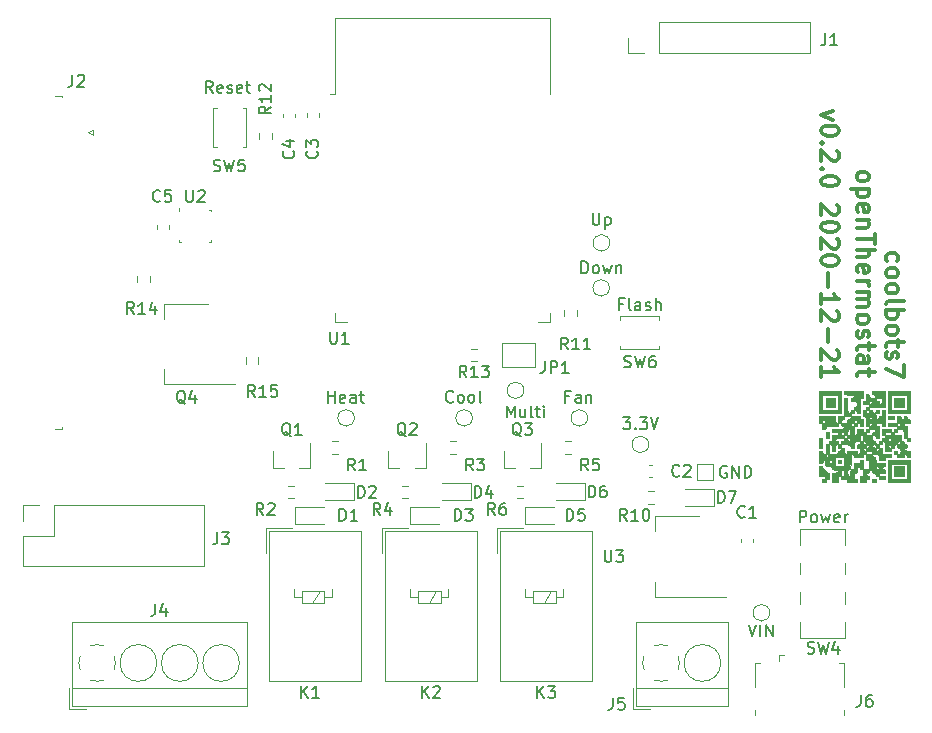
<source format=gbr>
%TF.GenerationSoftware,KiCad,Pcbnew,(5.1.8)-1*%
%TF.CreationDate,2020-12-21T03:10:24-08:00*%
%TF.ProjectId,openThermostat,6f70656e-5468-4657-926d-6f737461742e,rev?*%
%TF.SameCoordinates,Original*%
%TF.FileFunction,Legend,Top*%
%TF.FilePolarity,Positive*%
%FSLAX46Y46*%
G04 Gerber Fmt 4.6, Leading zero omitted, Abs format (unit mm)*
G04 Created by KiCad (PCBNEW (5.1.8)-1) date 2020-12-21 03:10:24*
%MOMM*%
%LPD*%
G01*
G04 APERTURE LIST*
%ADD10C,0.300000*%
%ADD11C,0.010000*%
%ADD12C,0.120000*%
%ADD13C,0.100000*%
%ADD14C,0.150000*%
G04 APERTURE END LIST*
D10*
X163321428Y-64214285D02*
X163392857Y-64071428D01*
X163464285Y-64000000D01*
X163607142Y-63928571D01*
X164035714Y-63928571D01*
X164178571Y-64000000D01*
X164250000Y-64071428D01*
X164321428Y-64214285D01*
X164321428Y-64428571D01*
X164250000Y-64571428D01*
X164178571Y-64642857D01*
X164035714Y-64714285D01*
X163607142Y-64714285D01*
X163464285Y-64642857D01*
X163392857Y-64571428D01*
X163321428Y-64428571D01*
X163321428Y-64214285D01*
X164321428Y-65357142D02*
X162821428Y-65357142D01*
X164250000Y-65357142D02*
X164321428Y-65500000D01*
X164321428Y-65785714D01*
X164250000Y-65928571D01*
X164178571Y-66000000D01*
X164035714Y-66071428D01*
X163607142Y-66071428D01*
X163464285Y-66000000D01*
X163392857Y-65928571D01*
X163321428Y-65785714D01*
X163321428Y-65500000D01*
X163392857Y-65357142D01*
X163392857Y-67285714D02*
X163321428Y-67142857D01*
X163321428Y-66857142D01*
X163392857Y-66714285D01*
X163535714Y-66642857D01*
X164107142Y-66642857D01*
X164250000Y-66714285D01*
X164321428Y-66857142D01*
X164321428Y-67142857D01*
X164250000Y-67285714D01*
X164107142Y-67357142D01*
X163964285Y-67357142D01*
X163821428Y-66642857D01*
X164321428Y-68000000D02*
X163321428Y-68000000D01*
X164178571Y-68000000D02*
X164250000Y-68071428D01*
X164321428Y-68214285D01*
X164321428Y-68428571D01*
X164250000Y-68571428D01*
X164107142Y-68642857D01*
X163321428Y-68642857D01*
X164821428Y-69142857D02*
X164821428Y-70000000D01*
X163321428Y-69571428D02*
X164821428Y-69571428D01*
X163321428Y-70500000D02*
X164821428Y-70500000D01*
X163321428Y-71142857D02*
X164107142Y-71142857D01*
X164250000Y-71071428D01*
X164321428Y-70928571D01*
X164321428Y-70714285D01*
X164250000Y-70571428D01*
X164178571Y-70500000D01*
X163392857Y-72428571D02*
X163321428Y-72285714D01*
X163321428Y-72000000D01*
X163392857Y-71857142D01*
X163535714Y-71785714D01*
X164107142Y-71785714D01*
X164250000Y-71857142D01*
X164321428Y-72000000D01*
X164321428Y-72285714D01*
X164250000Y-72428571D01*
X164107142Y-72500000D01*
X163964285Y-72500000D01*
X163821428Y-71785714D01*
X163321428Y-73142857D02*
X164321428Y-73142857D01*
X164035714Y-73142857D02*
X164178571Y-73214285D01*
X164250000Y-73285714D01*
X164321428Y-73428571D01*
X164321428Y-73571428D01*
X163321428Y-74071428D02*
X164321428Y-74071428D01*
X164178571Y-74071428D02*
X164250000Y-74142857D01*
X164321428Y-74285714D01*
X164321428Y-74500000D01*
X164250000Y-74642857D01*
X164107142Y-74714285D01*
X163321428Y-74714285D01*
X164107142Y-74714285D02*
X164250000Y-74785714D01*
X164321428Y-74928571D01*
X164321428Y-75142857D01*
X164250000Y-75285714D01*
X164107142Y-75357142D01*
X163321428Y-75357142D01*
X163321428Y-76285714D02*
X163392857Y-76142857D01*
X163464285Y-76071428D01*
X163607142Y-76000000D01*
X164035714Y-76000000D01*
X164178571Y-76071428D01*
X164250000Y-76142857D01*
X164321428Y-76285714D01*
X164321428Y-76500000D01*
X164250000Y-76642857D01*
X164178571Y-76714285D01*
X164035714Y-76785714D01*
X163607142Y-76785714D01*
X163464285Y-76714285D01*
X163392857Y-76642857D01*
X163321428Y-76500000D01*
X163321428Y-76285714D01*
X163392857Y-77357142D02*
X163321428Y-77500000D01*
X163321428Y-77785714D01*
X163392857Y-77928571D01*
X163535714Y-78000000D01*
X163607142Y-78000000D01*
X163750000Y-77928571D01*
X163821428Y-77785714D01*
X163821428Y-77571428D01*
X163892857Y-77428571D01*
X164035714Y-77357142D01*
X164107142Y-77357142D01*
X164250000Y-77428571D01*
X164321428Y-77571428D01*
X164321428Y-77785714D01*
X164250000Y-77928571D01*
X164321428Y-78428571D02*
X164321428Y-79000000D01*
X164821428Y-78642857D02*
X163535714Y-78642857D01*
X163392857Y-78714285D01*
X163321428Y-78857142D01*
X163321428Y-79000000D01*
X163321428Y-80142857D02*
X164107142Y-80142857D01*
X164250000Y-80071428D01*
X164321428Y-79928571D01*
X164321428Y-79642857D01*
X164250000Y-79500000D01*
X163392857Y-80142857D02*
X163321428Y-80000000D01*
X163321428Y-79642857D01*
X163392857Y-79500000D01*
X163535714Y-79428571D01*
X163678571Y-79428571D01*
X163821428Y-79500000D01*
X163892857Y-79642857D01*
X163892857Y-80000000D01*
X163964285Y-80142857D01*
X164321428Y-80642857D02*
X164321428Y-81214285D01*
X164821428Y-80857142D02*
X163535714Y-80857142D01*
X163392857Y-80928571D01*
X163321428Y-81071428D01*
X163321428Y-81214285D01*
X161321428Y-58785714D02*
X160321428Y-59142857D01*
X161321428Y-59500000D01*
X161821428Y-60357142D02*
X161821428Y-60500000D01*
X161750000Y-60642857D01*
X161678571Y-60714285D01*
X161535714Y-60785714D01*
X161250000Y-60857142D01*
X160892857Y-60857142D01*
X160607142Y-60785714D01*
X160464285Y-60714285D01*
X160392857Y-60642857D01*
X160321428Y-60500000D01*
X160321428Y-60357142D01*
X160392857Y-60214285D01*
X160464285Y-60142857D01*
X160607142Y-60071428D01*
X160892857Y-60000000D01*
X161250000Y-60000000D01*
X161535714Y-60071428D01*
X161678571Y-60142857D01*
X161750000Y-60214285D01*
X161821428Y-60357142D01*
X160464285Y-61500000D02*
X160392857Y-61571428D01*
X160321428Y-61500000D01*
X160392857Y-61428571D01*
X160464285Y-61500000D01*
X160321428Y-61500000D01*
X161678571Y-62142857D02*
X161750000Y-62214285D01*
X161821428Y-62357142D01*
X161821428Y-62714285D01*
X161750000Y-62857142D01*
X161678571Y-62928571D01*
X161535714Y-63000000D01*
X161392857Y-63000000D01*
X161178571Y-62928571D01*
X160321428Y-62071428D01*
X160321428Y-63000000D01*
X160464285Y-63642857D02*
X160392857Y-63714285D01*
X160321428Y-63642857D01*
X160392857Y-63571428D01*
X160464285Y-63642857D01*
X160321428Y-63642857D01*
X161821428Y-64642857D02*
X161821428Y-64785714D01*
X161750000Y-64928571D01*
X161678571Y-65000000D01*
X161535714Y-65071428D01*
X161250000Y-65142857D01*
X160892857Y-65142857D01*
X160607142Y-65071428D01*
X160464285Y-65000000D01*
X160392857Y-64928571D01*
X160321428Y-64785714D01*
X160321428Y-64642857D01*
X160392857Y-64500000D01*
X160464285Y-64428571D01*
X160607142Y-64357142D01*
X160892857Y-64285714D01*
X161250000Y-64285714D01*
X161535714Y-64357142D01*
X161678571Y-64428571D01*
X161750000Y-64500000D01*
X161821428Y-64642857D01*
X161678571Y-66714285D02*
X161750000Y-66785714D01*
X161821428Y-66928571D01*
X161821428Y-67285714D01*
X161750000Y-67428571D01*
X161678571Y-67500000D01*
X161535714Y-67571428D01*
X161392857Y-67571428D01*
X161178571Y-67500000D01*
X160321428Y-66642857D01*
X160321428Y-67571428D01*
X161821428Y-68500000D02*
X161821428Y-68642857D01*
X161750000Y-68785714D01*
X161678571Y-68857142D01*
X161535714Y-68928571D01*
X161250000Y-69000000D01*
X160892857Y-69000000D01*
X160607142Y-68928571D01*
X160464285Y-68857142D01*
X160392857Y-68785714D01*
X160321428Y-68642857D01*
X160321428Y-68500000D01*
X160392857Y-68357142D01*
X160464285Y-68285714D01*
X160607142Y-68214285D01*
X160892857Y-68142857D01*
X161250000Y-68142857D01*
X161535714Y-68214285D01*
X161678571Y-68285714D01*
X161750000Y-68357142D01*
X161821428Y-68500000D01*
X161678571Y-69571428D02*
X161750000Y-69642857D01*
X161821428Y-69785714D01*
X161821428Y-70142857D01*
X161750000Y-70285714D01*
X161678571Y-70357142D01*
X161535714Y-70428571D01*
X161392857Y-70428571D01*
X161178571Y-70357142D01*
X160321428Y-69500000D01*
X160321428Y-70428571D01*
X161821428Y-71357142D02*
X161821428Y-71500000D01*
X161750000Y-71642857D01*
X161678571Y-71714285D01*
X161535714Y-71785714D01*
X161250000Y-71857142D01*
X160892857Y-71857142D01*
X160607142Y-71785714D01*
X160464285Y-71714285D01*
X160392857Y-71642857D01*
X160321428Y-71500000D01*
X160321428Y-71357142D01*
X160392857Y-71214285D01*
X160464285Y-71142857D01*
X160607142Y-71071428D01*
X160892857Y-71000000D01*
X161250000Y-71000000D01*
X161535714Y-71071428D01*
X161678571Y-71142857D01*
X161750000Y-71214285D01*
X161821428Y-71357142D01*
X160892857Y-72500000D02*
X160892857Y-73642857D01*
X160321428Y-75142857D02*
X160321428Y-74285714D01*
X160321428Y-74714285D02*
X161821428Y-74714285D01*
X161607142Y-74571428D01*
X161464285Y-74428571D01*
X161392857Y-74285714D01*
X161678571Y-75714285D02*
X161750000Y-75785714D01*
X161821428Y-75928571D01*
X161821428Y-76285714D01*
X161750000Y-76428571D01*
X161678571Y-76500000D01*
X161535714Y-76571428D01*
X161392857Y-76571428D01*
X161178571Y-76500000D01*
X160321428Y-75642857D01*
X160321428Y-76571428D01*
X160892857Y-77214285D02*
X160892857Y-78357142D01*
X161678571Y-79000000D02*
X161750000Y-79071428D01*
X161821428Y-79214285D01*
X161821428Y-79571428D01*
X161750000Y-79714285D01*
X161678571Y-79785714D01*
X161535714Y-79857142D01*
X161392857Y-79857142D01*
X161178571Y-79785714D01*
X160321428Y-78928571D01*
X160321428Y-79857142D01*
X160321428Y-81285714D02*
X160321428Y-80428571D01*
X160321428Y-80857142D02*
X161821428Y-80857142D01*
X161607142Y-80714285D01*
X161464285Y-80571428D01*
X161392857Y-80428571D01*
X165892857Y-71500000D02*
X165821428Y-71357142D01*
X165821428Y-71071428D01*
X165892857Y-70928571D01*
X165964285Y-70857142D01*
X166107142Y-70785714D01*
X166535714Y-70785714D01*
X166678571Y-70857142D01*
X166750000Y-70928571D01*
X166821428Y-71071428D01*
X166821428Y-71357142D01*
X166750000Y-71500000D01*
X165821428Y-72357142D02*
X165892857Y-72214285D01*
X165964285Y-72142857D01*
X166107142Y-72071428D01*
X166535714Y-72071428D01*
X166678571Y-72142857D01*
X166750000Y-72214285D01*
X166821428Y-72357142D01*
X166821428Y-72571428D01*
X166750000Y-72714285D01*
X166678571Y-72785714D01*
X166535714Y-72857142D01*
X166107142Y-72857142D01*
X165964285Y-72785714D01*
X165892857Y-72714285D01*
X165821428Y-72571428D01*
X165821428Y-72357142D01*
X165821428Y-73714285D02*
X165892857Y-73571428D01*
X165964285Y-73500000D01*
X166107142Y-73428571D01*
X166535714Y-73428571D01*
X166678571Y-73500000D01*
X166750000Y-73571428D01*
X166821428Y-73714285D01*
X166821428Y-73928571D01*
X166750000Y-74071428D01*
X166678571Y-74142857D01*
X166535714Y-74214285D01*
X166107142Y-74214285D01*
X165964285Y-74142857D01*
X165892857Y-74071428D01*
X165821428Y-73928571D01*
X165821428Y-73714285D01*
X165821428Y-75071428D02*
X165892857Y-74928571D01*
X166035714Y-74857142D01*
X167321428Y-74857142D01*
X165821428Y-75642857D02*
X167321428Y-75642857D01*
X166750000Y-75642857D02*
X166821428Y-75785714D01*
X166821428Y-76071428D01*
X166750000Y-76214285D01*
X166678571Y-76285714D01*
X166535714Y-76357142D01*
X166107142Y-76357142D01*
X165964285Y-76285714D01*
X165892857Y-76214285D01*
X165821428Y-76071428D01*
X165821428Y-75785714D01*
X165892857Y-75642857D01*
X165821428Y-77214285D02*
X165892857Y-77071428D01*
X165964285Y-77000000D01*
X166107142Y-76928571D01*
X166535714Y-76928571D01*
X166678571Y-77000000D01*
X166750000Y-77071428D01*
X166821428Y-77214285D01*
X166821428Y-77428571D01*
X166750000Y-77571428D01*
X166678571Y-77642857D01*
X166535714Y-77714285D01*
X166107142Y-77714285D01*
X165964285Y-77642857D01*
X165892857Y-77571428D01*
X165821428Y-77428571D01*
X165821428Y-77214285D01*
X166821428Y-78142857D02*
X166821428Y-78714285D01*
X167321428Y-78357142D02*
X166035714Y-78357142D01*
X165892857Y-78428571D01*
X165821428Y-78571428D01*
X165821428Y-78714285D01*
X165892857Y-79142857D02*
X165821428Y-79285714D01*
X165821428Y-79571428D01*
X165892857Y-79714285D01*
X166035714Y-79785714D01*
X166107142Y-79785714D01*
X166250000Y-79714285D01*
X166321428Y-79571428D01*
X166321428Y-79357142D01*
X166392857Y-79214285D01*
X166535714Y-79142857D01*
X166607142Y-79142857D01*
X166750000Y-79214285D01*
X166821428Y-79357142D01*
X166821428Y-79571428D01*
X166750000Y-79714285D01*
X167321428Y-80285714D02*
X167321428Y-81285714D01*
X165821428Y-80642857D01*
D11*
%TO.C,G\u002A\u002A\u002A*%
G36*
X166493542Y-89647292D02*
G01*
X166493542Y-88853542D01*
X167287292Y-88853542D01*
X167287292Y-89647292D01*
X166493542Y-89647292D01*
G37*
X166493542Y-89647292D02*
X166493542Y-88853542D01*
X167287292Y-88853542D01*
X167287292Y-89647292D01*
X166493542Y-89647292D01*
G36*
X166493542Y-83826458D02*
G01*
X166493542Y-83032708D01*
X167287292Y-83032708D01*
X167287292Y-83826458D01*
X166493542Y-83826458D01*
G37*
X166493542Y-83826458D02*
X166493542Y-83032708D01*
X167287292Y-83032708D01*
X167287292Y-83826458D01*
X166493542Y-83826458D01*
G36*
X161731042Y-88588958D02*
G01*
X161731042Y-88324375D01*
X161995625Y-88324375D01*
X161995625Y-88588958D01*
X161731042Y-88588958D01*
G37*
X161731042Y-88588958D02*
X161731042Y-88324375D01*
X161995625Y-88324375D01*
X161995625Y-88588958D01*
X161731042Y-88588958D01*
G36*
X161731042Y-87266042D02*
G01*
X161731042Y-87001458D01*
X161995625Y-87001458D01*
X161995625Y-87266042D01*
X161731042Y-87266042D01*
G37*
X161731042Y-87266042D02*
X161731042Y-87001458D01*
X161995625Y-87001458D01*
X161995625Y-87266042D01*
X161731042Y-87266042D01*
G36*
X160672708Y-83826458D02*
G01*
X160672708Y-83032708D01*
X161466458Y-83032708D01*
X161466458Y-83826458D01*
X160672708Y-83826458D01*
G37*
X160672708Y-83826458D02*
X160672708Y-83032708D01*
X161466458Y-83032708D01*
X161466458Y-83826458D01*
X160672708Y-83826458D01*
G36*
X165964375Y-90176458D02*
G01*
X165964375Y-88324375D01*
X167551875Y-88324375D01*
X167551875Y-88622031D01*
X166228958Y-88622031D01*
X166228958Y-89911875D01*
X167551875Y-89911875D01*
X167551875Y-88622031D01*
X167551875Y-88324375D01*
X167816458Y-88324375D01*
X167816458Y-90176458D01*
X165964375Y-90176458D01*
G37*
X165964375Y-90176458D02*
X165964375Y-88324375D01*
X167551875Y-88324375D01*
X167551875Y-88622031D01*
X166228958Y-88622031D01*
X166228958Y-89911875D01*
X167551875Y-89911875D01*
X167551875Y-88622031D01*
X167551875Y-88324375D01*
X167816458Y-88324375D01*
X167816458Y-90176458D01*
X165964375Y-90176458D01*
G36*
X165964375Y-84884792D02*
G01*
X165964375Y-84620208D01*
X166493542Y-84620208D01*
X166493542Y-84884792D01*
X165964375Y-84884792D01*
G37*
X165964375Y-84884792D02*
X165964375Y-84620208D01*
X166493542Y-84620208D01*
X166493542Y-84884792D01*
X165964375Y-84884792D01*
G36*
X165964375Y-84355625D02*
G01*
X165964375Y-82503542D01*
X167551875Y-82503542D01*
X167551875Y-82801198D01*
X166228958Y-82801198D01*
X166228958Y-84091042D01*
X167551875Y-84091042D01*
X167551875Y-82801198D01*
X167551875Y-82503542D01*
X167816458Y-82503542D01*
X167816458Y-84355625D01*
X165964375Y-84355625D01*
G37*
X165964375Y-84355625D02*
X165964375Y-82503542D01*
X167551875Y-82503542D01*
X167551875Y-82801198D01*
X166228958Y-82801198D01*
X166228958Y-84091042D01*
X167551875Y-84091042D01*
X167551875Y-82801198D01*
X167551875Y-82503542D01*
X167816458Y-82503542D01*
X167816458Y-84355625D01*
X165964375Y-84355625D01*
G36*
X164641458Y-90176458D02*
G01*
X164641458Y-89911875D01*
X164906042Y-89911875D01*
X164906042Y-90176458D01*
X164641458Y-90176458D01*
G37*
X164641458Y-90176458D02*
X164641458Y-89911875D01*
X164906042Y-89911875D01*
X164906042Y-90176458D01*
X164641458Y-90176458D01*
G36*
X160672708Y-86472292D02*
G01*
X160672708Y-85943125D01*
X160937292Y-85943125D01*
X160937292Y-86472292D01*
X160672708Y-86472292D01*
G37*
X160672708Y-86472292D02*
X160672708Y-85943125D01*
X160937292Y-85943125D01*
X160937292Y-86472292D01*
X160672708Y-86472292D01*
G36*
X160672708Y-89911875D02*
G01*
X160672708Y-90176458D01*
X160408125Y-90176458D01*
X160408125Y-89911875D01*
X160540417Y-89911875D01*
X160625354Y-89907749D01*
X160663115Y-89886571D01*
X160672558Y-89835139D01*
X160672708Y-89819271D01*
X160661488Y-89736587D01*
X160620465Y-89684566D01*
X160538597Y-89656965D01*
X160404843Y-89647544D01*
X160368438Y-89647292D01*
X160143542Y-89647292D01*
X160143542Y-88853542D01*
X160275833Y-88853542D01*
X160360770Y-88857668D01*
X160398532Y-88878846D01*
X160407975Y-88930277D01*
X160408125Y-88946146D01*
X160421527Y-89028783D01*
X160447812Y-89078438D01*
X160508756Y-89108110D01*
X160580104Y-89118125D01*
X160647435Y-89128107D01*
X160670882Y-89172039D01*
X160672708Y-89210729D01*
X160686110Y-89293366D01*
X160712396Y-89343021D01*
X160773339Y-89372693D01*
X160844687Y-89382708D01*
X160937292Y-89382708D01*
X160937292Y-89911875D01*
X160672708Y-89911875D01*
G37*
X160672708Y-89911875D02*
X160672708Y-90176458D01*
X160408125Y-90176458D01*
X160408125Y-89911875D01*
X160540417Y-89911875D01*
X160625354Y-89907749D01*
X160663115Y-89886571D01*
X160672558Y-89835139D01*
X160672708Y-89819271D01*
X160661488Y-89736587D01*
X160620465Y-89684566D01*
X160538597Y-89656965D01*
X160404843Y-89647544D01*
X160368438Y-89647292D01*
X160143542Y-89647292D01*
X160143542Y-88853542D01*
X160275833Y-88853542D01*
X160360770Y-88857668D01*
X160398532Y-88878846D01*
X160407975Y-88930277D01*
X160408125Y-88946146D01*
X160421527Y-89028783D01*
X160447812Y-89078438D01*
X160508756Y-89108110D01*
X160580104Y-89118125D01*
X160647435Y-89128107D01*
X160670882Y-89172039D01*
X160672708Y-89210729D01*
X160686110Y-89293366D01*
X160712396Y-89343021D01*
X160773339Y-89372693D01*
X160844687Y-89382708D01*
X160937292Y-89382708D01*
X160937292Y-89911875D01*
X160672708Y-89911875D01*
G36*
X160143542Y-87266042D02*
G01*
X160143542Y-86472292D01*
X160408125Y-86472292D01*
X160408125Y-87266042D01*
X160143542Y-87266042D01*
G37*
X160143542Y-87266042D02*
X160143542Y-86472292D01*
X160408125Y-86472292D01*
X160408125Y-87266042D01*
X160143542Y-87266042D01*
G36*
X165038333Y-89647292D02*
G01*
X164953396Y-89643166D01*
X164915635Y-89621987D01*
X164906192Y-89570556D01*
X164906042Y-89554687D01*
X164892640Y-89472051D01*
X164866354Y-89422396D01*
X164805411Y-89392724D01*
X164734063Y-89382708D01*
X164666731Y-89372726D01*
X164643285Y-89328795D01*
X164641458Y-89290104D01*
X164628056Y-89207467D01*
X164601771Y-89157812D01*
X164540828Y-89128140D01*
X164469479Y-89118125D01*
X164409684Y-89124161D01*
X164383342Y-89154928D01*
X164376949Y-89229412D01*
X164376875Y-89248321D01*
X164372343Y-89332929D01*
X164348501Y-89372254D01*
X164289977Y-89387040D01*
X164272723Y-89388881D01*
X164172683Y-89420490D01*
X164121822Y-89478878D01*
X164120140Y-89546591D01*
X164167639Y-89606172D01*
X164264317Y-89640168D01*
X164272723Y-89641119D01*
X164340046Y-89653483D01*
X164369606Y-89686228D01*
X164376775Y-89760101D01*
X164376875Y-89781679D01*
X164372581Y-89865747D01*
X164350698Y-89902782D01*
X164297721Y-89911770D01*
X164284271Y-89911875D01*
X164201634Y-89925277D01*
X164151979Y-89951562D01*
X164122307Y-90012506D01*
X164112292Y-90083854D01*
X164112292Y-90176458D01*
X163583125Y-90176458D01*
X163583125Y-89647292D01*
X163675729Y-89647292D01*
X163758413Y-89636071D01*
X163810434Y-89595048D01*
X163838035Y-89513180D01*
X163847456Y-89379426D01*
X163847708Y-89343021D01*
X163847708Y-89118125D01*
X163717512Y-89118125D01*
X163632904Y-89113593D01*
X163593579Y-89089751D01*
X163578794Y-89031227D01*
X163576952Y-89013973D01*
X163546985Y-88916747D01*
X163488767Y-88862926D01*
X163415311Y-88862428D01*
X163392956Y-88873712D01*
X163359801Y-88911169D01*
X163339182Y-88981998D01*
X163327574Y-89100419D01*
X163325361Y-89146395D01*
X163319256Y-89268805D01*
X163309470Y-89339383D01*
X163289913Y-89372399D01*
X163254492Y-89382120D01*
X163224489Y-89382708D01*
X163136958Y-89396785D01*
X163083992Y-89446070D01*
X163058771Y-89541149D01*
X163053958Y-89647292D01*
X163062986Y-89782969D01*
X163094691Y-89865066D01*
X163156002Y-89904243D01*
X163225938Y-89911875D01*
X163285393Y-89917769D01*
X163311826Y-89948024D01*
X163318437Y-90021498D01*
X163318542Y-90044167D01*
X163318542Y-90176458D01*
X162524792Y-90176458D01*
X162524792Y-90083854D01*
X162513571Y-90001170D01*
X162472548Y-89949149D01*
X162390680Y-89921548D01*
X162256926Y-89912128D01*
X162220521Y-89911875D01*
X161995625Y-89911875D01*
X161995625Y-89779583D01*
X161991499Y-89694646D01*
X161970321Y-89656885D01*
X161918889Y-89647442D01*
X161903021Y-89647292D01*
X161820337Y-89658512D01*
X161768316Y-89699535D01*
X161740715Y-89781403D01*
X161731294Y-89915157D01*
X161731042Y-89951563D01*
X161731042Y-90176458D01*
X161201875Y-90176458D01*
X161201875Y-89385606D01*
X161438189Y-89375889D01*
X161573321Y-89366261D01*
X161656676Y-89348660D01*
X161702476Y-89319559D01*
X161710871Y-89308294D01*
X161729513Y-89236839D01*
X161710871Y-89192539D01*
X161673414Y-89159384D01*
X161602586Y-89138765D01*
X161484164Y-89127157D01*
X161438189Y-89124944D01*
X161315778Y-89118839D01*
X161245200Y-89109054D01*
X161212185Y-89089496D01*
X161202463Y-89054075D01*
X161201875Y-89024072D01*
X161190417Y-88941845D01*
X161148717Y-88890173D01*
X161065780Y-88862865D01*
X160930615Y-88853733D01*
X160899053Y-88853542D01*
X160675606Y-88853542D01*
X160665889Y-88617228D01*
X160656261Y-88482096D01*
X160638660Y-88398740D01*
X160609559Y-88352941D01*
X160598294Y-88344546D01*
X160522850Y-88327676D01*
X160458859Y-88367014D01*
X160419335Y-88452641D01*
X160414298Y-88484807D01*
X160401934Y-88552129D01*
X160369189Y-88581689D01*
X160295316Y-88588859D01*
X160273738Y-88588958D01*
X160143542Y-88588958D01*
X160143542Y-87530625D01*
X160275833Y-87530625D01*
X160360770Y-87534751D01*
X160398532Y-87555929D01*
X160407975Y-87607361D01*
X160408125Y-87623229D01*
X160430154Y-87726854D01*
X160497900Y-87782901D01*
X160580104Y-87795208D01*
X160672708Y-87795208D01*
X160672708Y-87001458D01*
X160937292Y-87001458D01*
X160937292Y-86869167D01*
X160941418Y-86784230D01*
X160962596Y-86746468D01*
X161014027Y-86737025D01*
X161029896Y-86736875D01*
X161112763Y-86725568D01*
X161164833Y-86684289D01*
X161192375Y-86601998D01*
X161201658Y-86467658D01*
X161201875Y-86434053D01*
X161201875Y-86210606D01*
X161438189Y-86200889D01*
X161573321Y-86191261D01*
X161656676Y-86173660D01*
X161702476Y-86144559D01*
X161710871Y-86133294D01*
X161729513Y-86061839D01*
X161710871Y-86017539D01*
X161673414Y-85984384D01*
X161602586Y-85963765D01*
X161484164Y-85952157D01*
X161438189Y-85949944D01*
X161201875Y-85940227D01*
X161201875Y-85680265D01*
X161702681Y-85671135D01*
X161898320Y-85666702D01*
X162038088Y-85660825D01*
X162132259Y-85652223D01*
X162191106Y-85639614D01*
X162224903Y-85621717D01*
X162239947Y-85604128D01*
X162256902Y-85528723D01*
X162217641Y-85464743D01*
X162132074Y-85425196D01*
X162099777Y-85420131D01*
X162032454Y-85407767D01*
X162002894Y-85375022D01*
X161995725Y-85301149D01*
X161995625Y-85279571D01*
X161992353Y-85196235D01*
X161969809Y-85159204D01*
X161908898Y-85149688D01*
X161863333Y-85149375D01*
X161731042Y-85149375D01*
X161731042Y-84620208D01*
X162260208Y-84620208D01*
X162260208Y-83032708D01*
X162524792Y-83032708D01*
X162524792Y-83654479D01*
X162525523Y-83886815D01*
X162529068Y-84061274D01*
X162537455Y-84186122D01*
X162552710Y-84269623D01*
X162576861Y-84320044D01*
X162611935Y-84345647D01*
X162659960Y-84354700D01*
X162696771Y-84355625D01*
X162756227Y-84349731D01*
X162782660Y-84319476D01*
X162789270Y-84246002D01*
X162789375Y-84223333D01*
X162789375Y-84091042D01*
X163053958Y-84091042D01*
X163053958Y-83958750D01*
X163058084Y-83873813D01*
X163079263Y-83836052D01*
X163130694Y-83826609D01*
X163146562Y-83826458D01*
X163234753Y-83812569D01*
X163288116Y-83763793D01*
X163313581Y-83669468D01*
X163318542Y-83561875D01*
X163311827Y-83452400D01*
X163294554Y-83367875D01*
X163278854Y-83336979D01*
X163224333Y-83315333D01*
X163121842Y-83301271D01*
X163014271Y-83297292D01*
X162789375Y-83297292D01*
X162789375Y-83167095D01*
X162793907Y-83082487D01*
X162817749Y-83043163D01*
X162876273Y-83028377D01*
X162893527Y-83026536D01*
X162990749Y-82996575D01*
X163044562Y-82938376D01*
X163045052Y-82864950D01*
X163033725Y-82842539D01*
X163007394Y-82816335D01*
X162959380Y-82798357D01*
X162877642Y-82786608D01*
X162750138Y-82779089D01*
X162628751Y-82775310D01*
X162260208Y-82765959D01*
X162260208Y-82503542D01*
X163847708Y-82503542D01*
X163847708Y-83032708D01*
X163755104Y-83032708D01*
X163698116Y-83035690D01*
X163655324Y-83050144D01*
X163624701Y-83084336D01*
X163604220Y-83146530D01*
X163591853Y-83244992D01*
X163585572Y-83387987D01*
X163583352Y-83583779D01*
X163583125Y-83733854D01*
X163583125Y-84355625D01*
X163450833Y-84355625D01*
X163365896Y-84351499D01*
X163328135Y-84330321D01*
X163318692Y-84278889D01*
X163318542Y-84263021D01*
X163296512Y-84159396D01*
X163228767Y-84103349D01*
X163146562Y-84091042D01*
X163087107Y-84096936D01*
X163060674Y-84127191D01*
X163054063Y-84200664D01*
X163053958Y-84223333D01*
X163053958Y-84355625D01*
X162789375Y-84355625D01*
X162789375Y-84620208D01*
X162260208Y-84620208D01*
X162260208Y-84752500D01*
X162256082Y-84837437D01*
X162234904Y-84875198D01*
X162183473Y-84884641D01*
X162167604Y-84884792D01*
X162063979Y-84906821D01*
X162007932Y-84974566D01*
X161995625Y-85056771D01*
X161998159Y-85105667D01*
X162015524Y-85133356D01*
X162062365Y-85145869D01*
X162153326Y-85149237D01*
X162220521Y-85149375D01*
X162366807Y-85143033D01*
X162458846Y-85119846D01*
X162507677Y-85073573D01*
X162524344Y-84997973D01*
X162524792Y-84977396D01*
X162534774Y-84910065D01*
X162578705Y-84886618D01*
X162617396Y-84884792D01*
X162657113Y-84876349D01*
X162657113Y-85676196D01*
X162599206Y-85698712D01*
X162566051Y-85736169D01*
X162545432Y-85806998D01*
X162533824Y-85925419D01*
X162531611Y-85971395D01*
X162521894Y-86207708D01*
X162393147Y-86207708D01*
X162309123Y-86203038D01*
X162270247Y-86178609D01*
X162255647Y-86118796D01*
X162254036Y-86103557D01*
X162224077Y-86006335D01*
X162165884Y-85952524D01*
X162092466Y-85952037D01*
X162070039Y-85963375D01*
X162008905Y-86029945D01*
X162002404Y-86103874D01*
X162043801Y-86167840D01*
X162126360Y-86204519D01*
X162165039Y-86207708D01*
X162226285Y-86213398D01*
X162253386Y-86243112D01*
X162260101Y-86315819D01*
X162260208Y-86338917D01*
X162260208Y-86470125D01*
X161891665Y-86479477D01*
X161725432Y-86485240D01*
X161613299Y-86493848D01*
X161543224Y-86507301D01*
X161503167Y-86527598D01*
X161486691Y-86546706D01*
X161469763Y-86622123D01*
X161509048Y-86686106D01*
X161594634Y-86725646D01*
X161626890Y-86730702D01*
X161694212Y-86743066D01*
X161723773Y-86775811D01*
X161730942Y-86849684D01*
X161731042Y-86871262D01*
X161726748Y-86955331D01*
X161704865Y-86992366D01*
X161651887Y-87001354D01*
X161638437Y-87001458D01*
X161555754Y-87012679D01*
X161503732Y-87053702D01*
X161476132Y-87135570D01*
X161466711Y-87269324D01*
X161466458Y-87305729D01*
X161466458Y-87530625D01*
X161201875Y-87530625D01*
X161201875Y-87305729D01*
X161195533Y-87159443D01*
X161172346Y-87067404D01*
X161126073Y-87018573D01*
X161050473Y-87001906D01*
X161029896Y-87001458D01*
X160937292Y-87001458D01*
X160937292Y-87795208D01*
X160802905Y-87795208D01*
X160717692Y-87798348D01*
X160681207Y-87817512D01*
X160676046Y-87867314D01*
X160678881Y-87899360D01*
X160703561Y-87984297D01*
X160747122Y-88039751D01*
X160822625Y-88056499D01*
X160886630Y-88017051D01*
X160926122Y-87931338D01*
X160931119Y-87899360D01*
X160941483Y-87795208D01*
X161039997Y-87795208D01*
X161039997Y-88333873D01*
X160973209Y-88367524D01*
X160938459Y-88438294D01*
X160937292Y-88456667D01*
X160961145Y-88526570D01*
X160985312Y-88554567D01*
X161059087Y-88583478D01*
X161131073Y-88565481D01*
X161183524Y-88514659D01*
X161198692Y-88445096D01*
X161181625Y-88398789D01*
X161116808Y-88342556D01*
X161039997Y-88333873D01*
X161039997Y-87795208D01*
X161296575Y-87795208D01*
X161474354Y-87792667D01*
X161596309Y-87782349D01*
X161672656Y-87760208D01*
X161713612Y-87722202D01*
X161729392Y-87664286D01*
X161731042Y-87623229D01*
X161741024Y-87555898D01*
X161784955Y-87532451D01*
X161823646Y-87530625D01*
X161863333Y-87522189D01*
X161863333Y-88059792D01*
X161689872Y-88064226D01*
X161569437Y-88077074D01*
X161508174Y-88097654D01*
X161506146Y-88099479D01*
X161485017Y-88156083D01*
X161471569Y-88272317D01*
X161466484Y-88442036D01*
X161466458Y-88456667D01*
X161470893Y-88630128D01*
X161483741Y-88750563D01*
X161504320Y-88811826D01*
X161506146Y-88813854D01*
X161558828Y-88833491D01*
X161658781Y-88846684D01*
X161787449Y-88853432D01*
X161926271Y-88853736D01*
X162056688Y-88847595D01*
X162127917Y-88838931D01*
X162127917Y-89118125D01*
X162062153Y-89135674D01*
X162020748Y-89194067D01*
X161999952Y-89301926D01*
X161995625Y-89422396D01*
X161996668Y-89541143D01*
X162003819Y-89608388D01*
X162023106Y-89638778D01*
X162060561Y-89646956D01*
X162088229Y-89647292D01*
X162176420Y-89633403D01*
X162229782Y-89584627D01*
X162255247Y-89490301D01*
X162260208Y-89382708D01*
X162249186Y-89240789D01*
X162214018Y-89155291D01*
X162151552Y-89119911D01*
X162127917Y-89118125D01*
X162127917Y-88838931D01*
X162160143Y-88835011D01*
X162218075Y-88815981D01*
X162220521Y-88813854D01*
X162240158Y-88761172D01*
X162253351Y-88661219D01*
X162260099Y-88532551D01*
X162260403Y-88393729D01*
X162254262Y-88263312D01*
X162241677Y-88159857D01*
X162222648Y-88101925D01*
X162220521Y-88099479D01*
X162163917Y-88078351D01*
X162047683Y-88064902D01*
X161877964Y-88059817D01*
X161863333Y-88059792D01*
X161863333Y-87522189D01*
X161927271Y-87508596D01*
X161983318Y-87440850D01*
X161995625Y-87358646D01*
X162001617Y-87298956D01*
X162032224Y-87272586D01*
X162106393Y-87266125D01*
X162126468Y-87266042D01*
X162257311Y-87266042D01*
X162267028Y-87502355D01*
X162276656Y-87637487D01*
X162294257Y-87720843D01*
X162323357Y-87766642D01*
X162334622Y-87775038D01*
X162410067Y-87791908D01*
X162474058Y-87752570D01*
X162513582Y-87666943D01*
X162518619Y-87634777D01*
X162528983Y-87530625D01*
X163314351Y-87530625D01*
X163324714Y-87634777D01*
X163354687Y-87732005D01*
X163412917Y-87785832D01*
X163486392Y-87786336D01*
X163508711Y-87775079D01*
X163547270Y-87726815D01*
X163569446Y-87633799D01*
X163576590Y-87549216D01*
X163574638Y-87407729D01*
X163547058Y-87319761D01*
X163488401Y-87275838D01*
X163413711Y-87266042D01*
X163352643Y-87260424D01*
X163325495Y-87230969D01*
X163318667Y-87158776D01*
X163318542Y-87133750D01*
X163322668Y-87048813D01*
X163343846Y-87011052D01*
X163395277Y-87001609D01*
X163411146Y-87001458D01*
X163514771Y-86979429D01*
X163570818Y-86911684D01*
X163583125Y-86829479D01*
X163589019Y-86770023D01*
X163619274Y-86743590D01*
X163692748Y-86736980D01*
X163715417Y-86736875D01*
X163800354Y-86741001D01*
X163838115Y-86762179D01*
X163847558Y-86813611D01*
X163847708Y-86829479D01*
X163869738Y-86933104D01*
X163937483Y-86989151D01*
X164019688Y-87001458D01*
X164079483Y-87007495D01*
X164105824Y-87038262D01*
X164112217Y-87112745D01*
X164112292Y-87131655D01*
X164107760Y-87216263D01*
X164083918Y-87255587D01*
X164025394Y-87270373D01*
X164008140Y-87272214D01*
X163910907Y-87302196D01*
X163857067Y-87360454D01*
X163856553Y-87433971D01*
X163867749Y-87456211D01*
X163924675Y-87500488D01*
X164008140Y-87524452D01*
X164075462Y-87536816D01*
X164105023Y-87569561D01*
X164112192Y-87643434D01*
X164112292Y-87665012D01*
X164107998Y-87749081D01*
X164086115Y-87786116D01*
X164033137Y-87795104D01*
X164019688Y-87795208D01*
X163916062Y-87817238D01*
X163860016Y-87884983D01*
X163847708Y-87967187D01*
X163847708Y-88059792D01*
X163058149Y-88059792D01*
X163047786Y-87955640D01*
X163017830Y-87858420D01*
X162959645Y-87804613D01*
X162886239Y-87804128D01*
X162863789Y-87815485D01*
X162843415Y-87834612D01*
X162828095Y-87868796D01*
X162816922Y-87927109D01*
X162808992Y-88018621D01*
X162803397Y-88152405D01*
X162799232Y-88337533D01*
X162796929Y-88485043D01*
X162787947Y-89118125D01*
X162693492Y-89118125D01*
X162605752Y-89133221D01*
X162553425Y-89184794D01*
X162531111Y-89282275D01*
X162531326Y-89401299D01*
X162551815Y-89543220D01*
X162594244Y-89626638D01*
X162657054Y-89649637D01*
X162714961Y-89627121D01*
X162748116Y-89589664D01*
X162768735Y-89518836D01*
X162780343Y-89400414D01*
X162782556Y-89354439D01*
X162788661Y-89232028D01*
X162798446Y-89161450D01*
X162818004Y-89128435D01*
X162853425Y-89118713D01*
X162883428Y-89118125D01*
X162965473Y-89106755D01*
X163017097Y-89065313D01*
X163044462Y-88982803D01*
X163053733Y-88848228D01*
X163053958Y-88813854D01*
X163053958Y-88588958D01*
X163278854Y-88588958D01*
X163425141Y-88582616D01*
X163517179Y-88559429D01*
X163566011Y-88513156D01*
X163582678Y-88437556D01*
X163583125Y-88416979D01*
X163589019Y-88357523D01*
X163619274Y-88331090D01*
X163692748Y-88324480D01*
X163715417Y-88324375D01*
X163847708Y-88324375D01*
X163847708Y-89118125D01*
X164376875Y-89118125D01*
X164376875Y-88760937D01*
X164374365Y-88582682D01*
X164364157Y-88460272D01*
X164342234Y-88383510D01*
X164304578Y-88342198D01*
X164247172Y-88326139D01*
X164204896Y-88324375D01*
X164112292Y-88324375D01*
X164112292Y-87795208D01*
X164641458Y-87795208D01*
X164641458Y-87702604D01*
X164630238Y-87619920D01*
X164589215Y-87567899D01*
X164507347Y-87540298D01*
X164373593Y-87530878D01*
X164337187Y-87530625D01*
X164112292Y-87530625D01*
X164112292Y-87400429D01*
X164116823Y-87315821D01*
X164140665Y-87276496D01*
X164199190Y-87261710D01*
X164216443Y-87259869D01*
X164316484Y-87228260D01*
X164367345Y-87169872D01*
X164369026Y-87102159D01*
X164321528Y-87042578D01*
X164224850Y-87008582D01*
X164216443Y-87007631D01*
X164143029Y-86991480D01*
X164115350Y-86950487D01*
X164112292Y-86906759D01*
X164089742Y-86804036D01*
X164020992Y-86748530D01*
X163941761Y-86736875D01*
X163894429Y-86734098D01*
X163866470Y-86716252D01*
X163851795Y-86669069D01*
X163844312Y-86578280D01*
X163840889Y-86500561D01*
X163831261Y-86365429D01*
X163813660Y-86282074D01*
X163784559Y-86236274D01*
X163773294Y-86227879D01*
X163701839Y-86209237D01*
X163657539Y-86227879D01*
X163624384Y-86265336D01*
X163603765Y-86336164D01*
X163592157Y-86454586D01*
X163589944Y-86500561D01*
X163580227Y-86736875D01*
X163356780Y-86736875D01*
X163229075Y-86742703D01*
X163134172Y-86758355D01*
X163093646Y-86776563D01*
X163072000Y-86831083D01*
X163057938Y-86933574D01*
X163053958Y-87041146D01*
X163053958Y-87266042D01*
X162921667Y-87266042D01*
X162836730Y-87261916D01*
X162798968Y-87240737D01*
X162789525Y-87189306D01*
X162789375Y-87173438D01*
X162783004Y-87103216D01*
X162757091Y-87054994D01*
X162701439Y-87024754D01*
X162605851Y-87008480D01*
X162460129Y-87002153D01*
X162352813Y-87001458D01*
X161995625Y-87001458D01*
X161995625Y-86869167D01*
X161999751Y-86784230D01*
X162020929Y-86746468D01*
X162072361Y-86737025D01*
X162088229Y-86736875D01*
X162191854Y-86714846D01*
X162247901Y-86647100D01*
X162260208Y-86564896D01*
X162266103Y-86505440D01*
X162296358Y-86479007D01*
X162369831Y-86472397D01*
X162392500Y-86472292D01*
X162477388Y-86476333D01*
X162515127Y-86497523D01*
X162524617Y-86549458D01*
X162524792Y-86567461D01*
X162547341Y-86663245D01*
X162603440Y-86720303D01*
X162675766Y-86731898D01*
X162746996Y-86691296D01*
X162769125Y-86662461D01*
X162786070Y-86587052D01*
X162746799Y-86523070D01*
X162661224Y-86483526D01*
X162628943Y-86478464D01*
X162561621Y-86466101D01*
X162532061Y-86433355D01*
X162524891Y-86359483D01*
X162524792Y-86337905D01*
X162529000Y-86253887D01*
X162550900Y-86216874D01*
X162604403Y-86207834D01*
X162619961Y-86207708D01*
X162708018Y-86192709D01*
X162760551Y-86141397D01*
X162783009Y-86044297D01*
X162782840Y-85924534D01*
X162762352Y-85782613D01*
X162719923Y-85699195D01*
X162657113Y-85676196D01*
X162657113Y-84876349D01*
X162721021Y-84862762D01*
X162777068Y-84795017D01*
X162789375Y-84712813D01*
X162789375Y-84620208D01*
X163154659Y-84620208D01*
X163154659Y-84892640D01*
X163095078Y-84940139D01*
X163061082Y-85036817D01*
X163060131Y-85045223D01*
X163043980Y-85118637D01*
X163002987Y-85146316D01*
X162959259Y-85149375D01*
X162857957Y-85171850D01*
X162799165Y-85232908D01*
X162789375Y-85281667D01*
X162811440Y-85351111D01*
X162829062Y-85374271D01*
X162890006Y-85403943D01*
X162961354Y-85413958D01*
X163020810Y-85408064D01*
X163047243Y-85377809D01*
X163053853Y-85304336D01*
X163053958Y-85281667D01*
X163053958Y-85149375D01*
X163188345Y-85149375D01*
X163273558Y-85146235D01*
X163310043Y-85127071D01*
X163315204Y-85077269D01*
X163312369Y-85045223D01*
X163280760Y-84945183D01*
X163222372Y-84894322D01*
X163154659Y-84892640D01*
X163154659Y-84620208D01*
X163583125Y-84620208D01*
X163583125Y-84712813D01*
X163605154Y-84816438D01*
X163672900Y-84872484D01*
X163755104Y-84884792D01*
X163847708Y-84884792D01*
X163847708Y-85413958D01*
X163715417Y-85413958D01*
X163630480Y-85409832D01*
X163592718Y-85388654D01*
X163583275Y-85337223D01*
X163583125Y-85321354D01*
X163561096Y-85217729D01*
X163493350Y-85161682D01*
X163411146Y-85149375D01*
X163351690Y-85155269D01*
X163325257Y-85185524D01*
X163318647Y-85258998D01*
X163318542Y-85281667D01*
X163318542Y-85413958D01*
X163051792Y-85413958D01*
X163061143Y-85782501D01*
X163066906Y-85948734D01*
X163075515Y-86060868D01*
X163088968Y-86130943D01*
X163109265Y-86171000D01*
X163128372Y-86187475D01*
X163199771Y-86206186D01*
X163244128Y-86187538D01*
X163277282Y-86150081D01*
X163297901Y-86079252D01*
X163309509Y-85960831D01*
X163311722Y-85914855D01*
X163321439Y-85678542D01*
X163847708Y-85678542D01*
X163847708Y-85771146D01*
X163869738Y-85874771D01*
X163937483Y-85930818D01*
X164019688Y-85943125D01*
X164079143Y-85937231D01*
X164105576Y-85906976D01*
X164112187Y-85833502D01*
X164112292Y-85810833D01*
X164112292Y-85678542D01*
X164376875Y-85678542D01*
X164376875Y-85943125D01*
X164244583Y-85943125D01*
X164159646Y-85947251D01*
X164121885Y-85968429D01*
X164112442Y-86019861D01*
X164112292Y-86035729D01*
X164125694Y-86118366D01*
X164151979Y-86168021D01*
X164206500Y-86189667D01*
X164308991Y-86203729D01*
X164416562Y-86207708D01*
X164641458Y-86207708D01*
X164641458Y-86077512D01*
X164645990Y-85992904D01*
X164669832Y-85953579D01*
X164728356Y-85938794D01*
X164745610Y-85936952D01*
X164842836Y-85906985D01*
X164896658Y-85848767D01*
X164897156Y-85775311D01*
X164885871Y-85752956D01*
X164848414Y-85719801D01*
X164777586Y-85699182D01*
X164659164Y-85687574D01*
X164613189Y-85685361D01*
X164376875Y-85675644D01*
X164376875Y-85413958D01*
X164112292Y-85413958D01*
X164112292Y-85056771D01*
X164109782Y-84878515D01*
X164099574Y-84756105D01*
X164077650Y-84679343D01*
X164039994Y-84638032D01*
X163982589Y-84621972D01*
X163940312Y-84620208D01*
X163847708Y-84620208D01*
X163847708Y-84091042D01*
X164112292Y-84091042D01*
X164112292Y-83826458D01*
X164244583Y-83826458D01*
X164244583Y-84091042D01*
X164158484Y-84094053D01*
X164121218Y-84112614D01*
X164115482Y-84161012D01*
X164118464Y-84195193D01*
X164143144Y-84280130D01*
X164186706Y-84335584D01*
X164262208Y-84352332D01*
X164326213Y-84312884D01*
X164365705Y-84227172D01*
X164370702Y-84195193D01*
X164373316Y-84129261D01*
X164351964Y-84099413D01*
X164289344Y-84091361D01*
X164244583Y-84091042D01*
X164244583Y-83826458D01*
X164376875Y-83826458D01*
X164376875Y-84091042D01*
X164479581Y-84091042D01*
X164479581Y-84629706D01*
X164412792Y-84663358D01*
X164378043Y-84734128D01*
X164376875Y-84752500D01*
X164400728Y-84822403D01*
X164424896Y-84850400D01*
X164480987Y-84872381D01*
X164480987Y-85155937D01*
X164417195Y-85197477D01*
X164380302Y-85280313D01*
X164376875Y-85320885D01*
X164383527Y-85387567D01*
X164417253Y-85410180D01*
X164481027Y-85407786D01*
X164578248Y-85377827D01*
X164632059Y-85319634D01*
X164632547Y-85246216D01*
X164621208Y-85223789D01*
X164554663Y-85162453D01*
X164480987Y-85155937D01*
X164480987Y-84872381D01*
X164498670Y-84879311D01*
X164570657Y-84861314D01*
X164623108Y-84810492D01*
X164638275Y-84740929D01*
X164621208Y-84694622D01*
X164556392Y-84638390D01*
X164479581Y-84629706D01*
X164479581Y-84091042D01*
X164509167Y-84091042D01*
X164594104Y-84095168D01*
X164631865Y-84116346D01*
X164641308Y-84167777D01*
X164641458Y-84183646D01*
X164663488Y-84287271D01*
X164731233Y-84343318D01*
X164813438Y-84355625D01*
X164872893Y-84349731D01*
X164899326Y-84319476D01*
X164905937Y-84246002D01*
X164906042Y-84223333D01*
X164906042Y-84091042D01*
X165170625Y-84091042D01*
X165170625Y-84355625D01*
X164903144Y-84355625D01*
X164912861Y-84591939D01*
X164922489Y-84727071D01*
X164940090Y-84810426D01*
X164969191Y-84856226D01*
X164980456Y-84864621D01*
X165055900Y-84881491D01*
X165119891Y-84842153D01*
X165159415Y-84756526D01*
X165164452Y-84724360D01*
X165180603Y-84650946D01*
X165221597Y-84623267D01*
X165265325Y-84620208D01*
X165347085Y-84608770D01*
X165398531Y-84567138D01*
X165425792Y-84484337D01*
X165434995Y-84349390D01*
X165435208Y-84315938D01*
X165435208Y-84091042D01*
X165699792Y-84091042D01*
X165699792Y-85413958D01*
X165567500Y-85413958D01*
X165482612Y-85409917D01*
X165444873Y-85388727D01*
X165435383Y-85336792D01*
X165435208Y-85318789D01*
X165420209Y-85230732D01*
X165368897Y-85178199D01*
X165271797Y-85155741D01*
X165152034Y-85155910D01*
X165025291Y-85169946D01*
X164951128Y-85198013D01*
X164926171Y-85223789D01*
X164909340Y-85299252D01*
X164948713Y-85363248D01*
X165034368Y-85402761D01*
X165066473Y-85407786D01*
X165170625Y-85418149D01*
X165170625Y-86472292D01*
X165038333Y-86472292D01*
X164953396Y-86468166D01*
X164915635Y-86446987D01*
X164906192Y-86395556D01*
X164906042Y-86379687D01*
X164884012Y-86276062D01*
X164816267Y-86220016D01*
X164734062Y-86207708D01*
X164685167Y-86210242D01*
X164657477Y-86227607D01*
X164644964Y-86274448D01*
X164641597Y-86365410D01*
X164641458Y-86432604D01*
X164647800Y-86578891D01*
X164670987Y-86670929D01*
X164717260Y-86719761D01*
X164792861Y-86736428D01*
X164813438Y-86736875D01*
X164813438Y-87001458D01*
X164710909Y-87023636D01*
X164651543Y-87084221D01*
X164641458Y-87133750D01*
X164663523Y-87203194D01*
X164681146Y-87226354D01*
X164742366Y-87256300D01*
X164811342Y-87266042D01*
X164876152Y-87276221D01*
X164904584Y-87320224D01*
X164912214Y-87370193D01*
X164943824Y-87470234D01*
X165002212Y-87521095D01*
X165069924Y-87522776D01*
X165129506Y-87475278D01*
X165163502Y-87378600D01*
X165164452Y-87370193D01*
X165166996Y-87303910D01*
X165145230Y-87274156D01*
X165081751Y-87266316D01*
X165040429Y-87266042D01*
X164906042Y-87266042D01*
X164906042Y-87133750D01*
X164901916Y-87048813D01*
X164880737Y-87011052D01*
X164829306Y-87001609D01*
X164813438Y-87001458D01*
X164813438Y-86736875D01*
X164872893Y-86742769D01*
X164899326Y-86773024D01*
X164905937Y-86846498D01*
X164906042Y-86869167D01*
X164906042Y-87001458D01*
X165170625Y-87001458D01*
X165170625Y-87266042D01*
X165435208Y-87266042D01*
X165435208Y-87490938D01*
X165441010Y-87619398D01*
X165456615Y-87714690D01*
X165474896Y-87755521D01*
X165531769Y-87776308D01*
X165651662Y-87789582D01*
X165831849Y-87795069D01*
X165871771Y-87795208D01*
X166228958Y-87795208D01*
X166228958Y-88059792D01*
X166004062Y-88059792D01*
X165857776Y-88066134D01*
X165765738Y-88089321D01*
X165716906Y-88135594D01*
X165700239Y-88211194D01*
X165699792Y-88231771D01*
X165699792Y-88324375D01*
X165170625Y-88324375D01*
X165170625Y-88099479D01*
X165164823Y-87971019D01*
X165149218Y-87875726D01*
X165130938Y-87834896D01*
X165076417Y-87813250D01*
X164973926Y-87799188D01*
X164866354Y-87795208D01*
X164747607Y-87796252D01*
X164680362Y-87803402D01*
X164649972Y-87822689D01*
X164641794Y-87860144D01*
X164641458Y-87887813D01*
X164663488Y-87991438D01*
X164731233Y-88047484D01*
X164813437Y-88059792D01*
X164862333Y-88062326D01*
X164890023Y-88079691D01*
X164902536Y-88126531D01*
X164905903Y-88217493D01*
X164906042Y-88284688D01*
X164911843Y-88413148D01*
X164927448Y-88508440D01*
X164945729Y-88549271D01*
X165002602Y-88570058D01*
X165008747Y-88570738D01*
X165008747Y-88863040D01*
X164941959Y-88896691D01*
X164907209Y-88967461D01*
X164906042Y-88985833D01*
X164929895Y-89055736D01*
X164954062Y-89083733D01*
X165027837Y-89112645D01*
X165099823Y-89094648D01*
X165152274Y-89043826D01*
X165167442Y-88974262D01*
X165150375Y-88927956D01*
X165085558Y-88871723D01*
X165008747Y-88863040D01*
X165008747Y-88570738D01*
X165122496Y-88583332D01*
X165302683Y-88588819D01*
X165342604Y-88588958D01*
X165699792Y-88588958D01*
X165699792Y-88719155D01*
X165695260Y-88803763D01*
X165671418Y-88843087D01*
X165612894Y-88857873D01*
X165595640Y-88859714D01*
X165495599Y-88891324D01*
X165444738Y-88949712D01*
X165443057Y-89017424D01*
X165490555Y-89077006D01*
X165587234Y-89111002D01*
X165595640Y-89111952D01*
X165662962Y-89124316D01*
X165692523Y-89157061D01*
X165699692Y-89230934D01*
X165699792Y-89252512D01*
X165699792Y-89382708D01*
X165474896Y-89382708D01*
X165328609Y-89389050D01*
X165236571Y-89412237D01*
X165187739Y-89458510D01*
X165171072Y-89534111D01*
X165170625Y-89554687D01*
X165170625Y-89647292D01*
X165038333Y-89647292D01*
G37*
X165038333Y-89647292D02*
X164953396Y-89643166D01*
X164915635Y-89621987D01*
X164906192Y-89570556D01*
X164906042Y-89554687D01*
X164892640Y-89472051D01*
X164866354Y-89422396D01*
X164805411Y-89392724D01*
X164734063Y-89382708D01*
X164666731Y-89372726D01*
X164643285Y-89328795D01*
X164641458Y-89290104D01*
X164628056Y-89207467D01*
X164601771Y-89157812D01*
X164540828Y-89128140D01*
X164469479Y-89118125D01*
X164409684Y-89124161D01*
X164383342Y-89154928D01*
X164376949Y-89229412D01*
X164376875Y-89248321D01*
X164372343Y-89332929D01*
X164348501Y-89372254D01*
X164289977Y-89387040D01*
X164272723Y-89388881D01*
X164172683Y-89420490D01*
X164121822Y-89478878D01*
X164120140Y-89546591D01*
X164167639Y-89606172D01*
X164264317Y-89640168D01*
X164272723Y-89641119D01*
X164340046Y-89653483D01*
X164369606Y-89686228D01*
X164376775Y-89760101D01*
X164376875Y-89781679D01*
X164372581Y-89865747D01*
X164350698Y-89902782D01*
X164297721Y-89911770D01*
X164284271Y-89911875D01*
X164201634Y-89925277D01*
X164151979Y-89951562D01*
X164122307Y-90012506D01*
X164112292Y-90083854D01*
X164112292Y-90176458D01*
X163583125Y-90176458D01*
X163583125Y-89647292D01*
X163675729Y-89647292D01*
X163758413Y-89636071D01*
X163810434Y-89595048D01*
X163838035Y-89513180D01*
X163847456Y-89379426D01*
X163847708Y-89343021D01*
X163847708Y-89118125D01*
X163717512Y-89118125D01*
X163632904Y-89113593D01*
X163593579Y-89089751D01*
X163578794Y-89031227D01*
X163576952Y-89013973D01*
X163546985Y-88916747D01*
X163488767Y-88862926D01*
X163415311Y-88862428D01*
X163392956Y-88873712D01*
X163359801Y-88911169D01*
X163339182Y-88981998D01*
X163327574Y-89100419D01*
X163325361Y-89146395D01*
X163319256Y-89268805D01*
X163309470Y-89339383D01*
X163289913Y-89372399D01*
X163254492Y-89382120D01*
X163224489Y-89382708D01*
X163136958Y-89396785D01*
X163083992Y-89446070D01*
X163058771Y-89541149D01*
X163053958Y-89647292D01*
X163062986Y-89782969D01*
X163094691Y-89865066D01*
X163156002Y-89904243D01*
X163225938Y-89911875D01*
X163285393Y-89917769D01*
X163311826Y-89948024D01*
X163318437Y-90021498D01*
X163318542Y-90044167D01*
X163318542Y-90176458D01*
X162524792Y-90176458D01*
X162524792Y-90083854D01*
X162513571Y-90001170D01*
X162472548Y-89949149D01*
X162390680Y-89921548D01*
X162256926Y-89912128D01*
X162220521Y-89911875D01*
X161995625Y-89911875D01*
X161995625Y-89779583D01*
X161991499Y-89694646D01*
X161970321Y-89656885D01*
X161918889Y-89647442D01*
X161903021Y-89647292D01*
X161820337Y-89658512D01*
X161768316Y-89699535D01*
X161740715Y-89781403D01*
X161731294Y-89915157D01*
X161731042Y-89951563D01*
X161731042Y-90176458D01*
X161201875Y-90176458D01*
X161201875Y-89385606D01*
X161438189Y-89375889D01*
X161573321Y-89366261D01*
X161656676Y-89348660D01*
X161702476Y-89319559D01*
X161710871Y-89308294D01*
X161729513Y-89236839D01*
X161710871Y-89192539D01*
X161673414Y-89159384D01*
X161602586Y-89138765D01*
X161484164Y-89127157D01*
X161438189Y-89124944D01*
X161315778Y-89118839D01*
X161245200Y-89109054D01*
X161212185Y-89089496D01*
X161202463Y-89054075D01*
X161201875Y-89024072D01*
X161190417Y-88941845D01*
X161148717Y-88890173D01*
X161065780Y-88862865D01*
X160930615Y-88853733D01*
X160899053Y-88853542D01*
X160675606Y-88853542D01*
X160665889Y-88617228D01*
X160656261Y-88482096D01*
X160638660Y-88398740D01*
X160609559Y-88352941D01*
X160598294Y-88344546D01*
X160522850Y-88327676D01*
X160458859Y-88367014D01*
X160419335Y-88452641D01*
X160414298Y-88484807D01*
X160401934Y-88552129D01*
X160369189Y-88581689D01*
X160295316Y-88588859D01*
X160273738Y-88588958D01*
X160143542Y-88588958D01*
X160143542Y-87530625D01*
X160275833Y-87530625D01*
X160360770Y-87534751D01*
X160398532Y-87555929D01*
X160407975Y-87607361D01*
X160408125Y-87623229D01*
X160430154Y-87726854D01*
X160497900Y-87782901D01*
X160580104Y-87795208D01*
X160672708Y-87795208D01*
X160672708Y-87001458D01*
X160937292Y-87001458D01*
X160937292Y-86869167D01*
X160941418Y-86784230D01*
X160962596Y-86746468D01*
X161014027Y-86737025D01*
X161029896Y-86736875D01*
X161112763Y-86725568D01*
X161164833Y-86684289D01*
X161192375Y-86601998D01*
X161201658Y-86467658D01*
X161201875Y-86434053D01*
X161201875Y-86210606D01*
X161438189Y-86200889D01*
X161573321Y-86191261D01*
X161656676Y-86173660D01*
X161702476Y-86144559D01*
X161710871Y-86133294D01*
X161729513Y-86061839D01*
X161710871Y-86017539D01*
X161673414Y-85984384D01*
X161602586Y-85963765D01*
X161484164Y-85952157D01*
X161438189Y-85949944D01*
X161201875Y-85940227D01*
X161201875Y-85680265D01*
X161702681Y-85671135D01*
X161898320Y-85666702D01*
X162038088Y-85660825D01*
X162132259Y-85652223D01*
X162191106Y-85639614D01*
X162224903Y-85621717D01*
X162239947Y-85604128D01*
X162256902Y-85528723D01*
X162217641Y-85464743D01*
X162132074Y-85425196D01*
X162099777Y-85420131D01*
X162032454Y-85407767D01*
X162002894Y-85375022D01*
X161995725Y-85301149D01*
X161995625Y-85279571D01*
X161992353Y-85196235D01*
X161969809Y-85159204D01*
X161908898Y-85149688D01*
X161863333Y-85149375D01*
X161731042Y-85149375D01*
X161731042Y-84620208D01*
X162260208Y-84620208D01*
X162260208Y-83032708D01*
X162524792Y-83032708D01*
X162524792Y-83654479D01*
X162525523Y-83886815D01*
X162529068Y-84061274D01*
X162537455Y-84186122D01*
X162552710Y-84269623D01*
X162576861Y-84320044D01*
X162611935Y-84345647D01*
X162659960Y-84354700D01*
X162696771Y-84355625D01*
X162756227Y-84349731D01*
X162782660Y-84319476D01*
X162789270Y-84246002D01*
X162789375Y-84223333D01*
X162789375Y-84091042D01*
X163053958Y-84091042D01*
X163053958Y-83958750D01*
X163058084Y-83873813D01*
X163079263Y-83836052D01*
X163130694Y-83826609D01*
X163146562Y-83826458D01*
X163234753Y-83812569D01*
X163288116Y-83763793D01*
X163313581Y-83669468D01*
X163318542Y-83561875D01*
X163311827Y-83452400D01*
X163294554Y-83367875D01*
X163278854Y-83336979D01*
X163224333Y-83315333D01*
X163121842Y-83301271D01*
X163014271Y-83297292D01*
X162789375Y-83297292D01*
X162789375Y-83167095D01*
X162793907Y-83082487D01*
X162817749Y-83043163D01*
X162876273Y-83028377D01*
X162893527Y-83026536D01*
X162990749Y-82996575D01*
X163044562Y-82938376D01*
X163045052Y-82864950D01*
X163033725Y-82842539D01*
X163007394Y-82816335D01*
X162959380Y-82798357D01*
X162877642Y-82786608D01*
X162750138Y-82779089D01*
X162628751Y-82775310D01*
X162260208Y-82765959D01*
X162260208Y-82503542D01*
X163847708Y-82503542D01*
X163847708Y-83032708D01*
X163755104Y-83032708D01*
X163698116Y-83035690D01*
X163655324Y-83050144D01*
X163624701Y-83084336D01*
X163604220Y-83146530D01*
X163591853Y-83244992D01*
X163585572Y-83387987D01*
X163583352Y-83583779D01*
X163583125Y-83733854D01*
X163583125Y-84355625D01*
X163450833Y-84355625D01*
X163365896Y-84351499D01*
X163328135Y-84330321D01*
X163318692Y-84278889D01*
X163318542Y-84263021D01*
X163296512Y-84159396D01*
X163228767Y-84103349D01*
X163146562Y-84091042D01*
X163087107Y-84096936D01*
X163060674Y-84127191D01*
X163054063Y-84200664D01*
X163053958Y-84223333D01*
X163053958Y-84355625D01*
X162789375Y-84355625D01*
X162789375Y-84620208D01*
X162260208Y-84620208D01*
X162260208Y-84752500D01*
X162256082Y-84837437D01*
X162234904Y-84875198D01*
X162183473Y-84884641D01*
X162167604Y-84884792D01*
X162063979Y-84906821D01*
X162007932Y-84974566D01*
X161995625Y-85056771D01*
X161998159Y-85105667D01*
X162015524Y-85133356D01*
X162062365Y-85145869D01*
X162153326Y-85149237D01*
X162220521Y-85149375D01*
X162366807Y-85143033D01*
X162458846Y-85119846D01*
X162507677Y-85073573D01*
X162524344Y-84997973D01*
X162524792Y-84977396D01*
X162534774Y-84910065D01*
X162578705Y-84886618D01*
X162617396Y-84884792D01*
X162657113Y-84876349D01*
X162657113Y-85676196D01*
X162599206Y-85698712D01*
X162566051Y-85736169D01*
X162545432Y-85806998D01*
X162533824Y-85925419D01*
X162531611Y-85971395D01*
X162521894Y-86207708D01*
X162393147Y-86207708D01*
X162309123Y-86203038D01*
X162270247Y-86178609D01*
X162255647Y-86118796D01*
X162254036Y-86103557D01*
X162224077Y-86006335D01*
X162165884Y-85952524D01*
X162092466Y-85952037D01*
X162070039Y-85963375D01*
X162008905Y-86029945D01*
X162002404Y-86103874D01*
X162043801Y-86167840D01*
X162126360Y-86204519D01*
X162165039Y-86207708D01*
X162226285Y-86213398D01*
X162253386Y-86243112D01*
X162260101Y-86315819D01*
X162260208Y-86338917D01*
X162260208Y-86470125D01*
X161891665Y-86479477D01*
X161725432Y-86485240D01*
X161613299Y-86493848D01*
X161543224Y-86507301D01*
X161503167Y-86527598D01*
X161486691Y-86546706D01*
X161469763Y-86622123D01*
X161509048Y-86686106D01*
X161594634Y-86725646D01*
X161626890Y-86730702D01*
X161694212Y-86743066D01*
X161723773Y-86775811D01*
X161730942Y-86849684D01*
X161731042Y-86871262D01*
X161726748Y-86955331D01*
X161704865Y-86992366D01*
X161651887Y-87001354D01*
X161638437Y-87001458D01*
X161555754Y-87012679D01*
X161503732Y-87053702D01*
X161476132Y-87135570D01*
X161466711Y-87269324D01*
X161466458Y-87305729D01*
X161466458Y-87530625D01*
X161201875Y-87530625D01*
X161201875Y-87305729D01*
X161195533Y-87159443D01*
X161172346Y-87067404D01*
X161126073Y-87018573D01*
X161050473Y-87001906D01*
X161029896Y-87001458D01*
X160937292Y-87001458D01*
X160937292Y-87795208D01*
X160802905Y-87795208D01*
X160717692Y-87798348D01*
X160681207Y-87817512D01*
X160676046Y-87867314D01*
X160678881Y-87899360D01*
X160703561Y-87984297D01*
X160747122Y-88039751D01*
X160822625Y-88056499D01*
X160886630Y-88017051D01*
X160926122Y-87931338D01*
X160931119Y-87899360D01*
X160941483Y-87795208D01*
X161039997Y-87795208D01*
X161039997Y-88333873D01*
X160973209Y-88367524D01*
X160938459Y-88438294D01*
X160937292Y-88456667D01*
X160961145Y-88526570D01*
X160985312Y-88554567D01*
X161059087Y-88583478D01*
X161131073Y-88565481D01*
X161183524Y-88514659D01*
X161198692Y-88445096D01*
X161181625Y-88398789D01*
X161116808Y-88342556D01*
X161039997Y-88333873D01*
X161039997Y-87795208D01*
X161296575Y-87795208D01*
X161474354Y-87792667D01*
X161596309Y-87782349D01*
X161672656Y-87760208D01*
X161713612Y-87722202D01*
X161729392Y-87664286D01*
X161731042Y-87623229D01*
X161741024Y-87555898D01*
X161784955Y-87532451D01*
X161823646Y-87530625D01*
X161863333Y-87522189D01*
X161863333Y-88059792D01*
X161689872Y-88064226D01*
X161569437Y-88077074D01*
X161508174Y-88097654D01*
X161506146Y-88099479D01*
X161485017Y-88156083D01*
X161471569Y-88272317D01*
X161466484Y-88442036D01*
X161466458Y-88456667D01*
X161470893Y-88630128D01*
X161483741Y-88750563D01*
X161504320Y-88811826D01*
X161506146Y-88813854D01*
X161558828Y-88833491D01*
X161658781Y-88846684D01*
X161787449Y-88853432D01*
X161926271Y-88853736D01*
X162056688Y-88847595D01*
X162127917Y-88838931D01*
X162127917Y-89118125D01*
X162062153Y-89135674D01*
X162020748Y-89194067D01*
X161999952Y-89301926D01*
X161995625Y-89422396D01*
X161996668Y-89541143D01*
X162003819Y-89608388D01*
X162023106Y-89638778D01*
X162060561Y-89646956D01*
X162088229Y-89647292D01*
X162176420Y-89633403D01*
X162229782Y-89584627D01*
X162255247Y-89490301D01*
X162260208Y-89382708D01*
X162249186Y-89240789D01*
X162214018Y-89155291D01*
X162151552Y-89119911D01*
X162127917Y-89118125D01*
X162127917Y-88838931D01*
X162160143Y-88835011D01*
X162218075Y-88815981D01*
X162220521Y-88813854D01*
X162240158Y-88761172D01*
X162253351Y-88661219D01*
X162260099Y-88532551D01*
X162260403Y-88393729D01*
X162254262Y-88263312D01*
X162241677Y-88159857D01*
X162222648Y-88101925D01*
X162220521Y-88099479D01*
X162163917Y-88078351D01*
X162047683Y-88064902D01*
X161877964Y-88059817D01*
X161863333Y-88059792D01*
X161863333Y-87522189D01*
X161927271Y-87508596D01*
X161983318Y-87440850D01*
X161995625Y-87358646D01*
X162001617Y-87298956D01*
X162032224Y-87272586D01*
X162106393Y-87266125D01*
X162126468Y-87266042D01*
X162257311Y-87266042D01*
X162267028Y-87502355D01*
X162276656Y-87637487D01*
X162294257Y-87720843D01*
X162323357Y-87766642D01*
X162334622Y-87775038D01*
X162410067Y-87791908D01*
X162474058Y-87752570D01*
X162513582Y-87666943D01*
X162518619Y-87634777D01*
X162528983Y-87530625D01*
X163314351Y-87530625D01*
X163324714Y-87634777D01*
X163354687Y-87732005D01*
X163412917Y-87785832D01*
X163486392Y-87786336D01*
X163508711Y-87775079D01*
X163547270Y-87726815D01*
X163569446Y-87633799D01*
X163576590Y-87549216D01*
X163574638Y-87407729D01*
X163547058Y-87319761D01*
X163488401Y-87275838D01*
X163413711Y-87266042D01*
X163352643Y-87260424D01*
X163325495Y-87230969D01*
X163318667Y-87158776D01*
X163318542Y-87133750D01*
X163322668Y-87048813D01*
X163343846Y-87011052D01*
X163395277Y-87001609D01*
X163411146Y-87001458D01*
X163514771Y-86979429D01*
X163570818Y-86911684D01*
X163583125Y-86829479D01*
X163589019Y-86770023D01*
X163619274Y-86743590D01*
X163692748Y-86736980D01*
X163715417Y-86736875D01*
X163800354Y-86741001D01*
X163838115Y-86762179D01*
X163847558Y-86813611D01*
X163847708Y-86829479D01*
X163869738Y-86933104D01*
X163937483Y-86989151D01*
X164019688Y-87001458D01*
X164079483Y-87007495D01*
X164105824Y-87038262D01*
X164112217Y-87112745D01*
X164112292Y-87131655D01*
X164107760Y-87216263D01*
X164083918Y-87255587D01*
X164025394Y-87270373D01*
X164008140Y-87272214D01*
X163910907Y-87302196D01*
X163857067Y-87360454D01*
X163856553Y-87433971D01*
X163867749Y-87456211D01*
X163924675Y-87500488D01*
X164008140Y-87524452D01*
X164075462Y-87536816D01*
X164105023Y-87569561D01*
X164112192Y-87643434D01*
X164112292Y-87665012D01*
X164107998Y-87749081D01*
X164086115Y-87786116D01*
X164033137Y-87795104D01*
X164019688Y-87795208D01*
X163916062Y-87817238D01*
X163860016Y-87884983D01*
X163847708Y-87967187D01*
X163847708Y-88059792D01*
X163058149Y-88059792D01*
X163047786Y-87955640D01*
X163017830Y-87858420D01*
X162959645Y-87804613D01*
X162886239Y-87804128D01*
X162863789Y-87815485D01*
X162843415Y-87834612D01*
X162828095Y-87868796D01*
X162816922Y-87927109D01*
X162808992Y-88018621D01*
X162803397Y-88152405D01*
X162799232Y-88337533D01*
X162796929Y-88485043D01*
X162787947Y-89118125D01*
X162693492Y-89118125D01*
X162605752Y-89133221D01*
X162553425Y-89184794D01*
X162531111Y-89282275D01*
X162531326Y-89401299D01*
X162551815Y-89543220D01*
X162594244Y-89626638D01*
X162657054Y-89649637D01*
X162714961Y-89627121D01*
X162748116Y-89589664D01*
X162768735Y-89518836D01*
X162780343Y-89400414D01*
X162782556Y-89354439D01*
X162788661Y-89232028D01*
X162798446Y-89161450D01*
X162818004Y-89128435D01*
X162853425Y-89118713D01*
X162883428Y-89118125D01*
X162965473Y-89106755D01*
X163017097Y-89065313D01*
X163044462Y-88982803D01*
X163053733Y-88848228D01*
X163053958Y-88813854D01*
X163053958Y-88588958D01*
X163278854Y-88588958D01*
X163425141Y-88582616D01*
X163517179Y-88559429D01*
X163566011Y-88513156D01*
X163582678Y-88437556D01*
X163583125Y-88416979D01*
X163589019Y-88357523D01*
X163619274Y-88331090D01*
X163692748Y-88324480D01*
X163715417Y-88324375D01*
X163847708Y-88324375D01*
X163847708Y-89118125D01*
X164376875Y-89118125D01*
X164376875Y-88760937D01*
X164374365Y-88582682D01*
X164364157Y-88460272D01*
X164342234Y-88383510D01*
X164304578Y-88342198D01*
X164247172Y-88326139D01*
X164204896Y-88324375D01*
X164112292Y-88324375D01*
X164112292Y-87795208D01*
X164641458Y-87795208D01*
X164641458Y-87702604D01*
X164630238Y-87619920D01*
X164589215Y-87567899D01*
X164507347Y-87540298D01*
X164373593Y-87530878D01*
X164337187Y-87530625D01*
X164112292Y-87530625D01*
X164112292Y-87400429D01*
X164116823Y-87315821D01*
X164140665Y-87276496D01*
X164199190Y-87261710D01*
X164216443Y-87259869D01*
X164316484Y-87228260D01*
X164367345Y-87169872D01*
X164369026Y-87102159D01*
X164321528Y-87042578D01*
X164224850Y-87008582D01*
X164216443Y-87007631D01*
X164143029Y-86991480D01*
X164115350Y-86950487D01*
X164112292Y-86906759D01*
X164089742Y-86804036D01*
X164020992Y-86748530D01*
X163941761Y-86736875D01*
X163894429Y-86734098D01*
X163866470Y-86716252D01*
X163851795Y-86669069D01*
X163844312Y-86578280D01*
X163840889Y-86500561D01*
X163831261Y-86365429D01*
X163813660Y-86282074D01*
X163784559Y-86236274D01*
X163773294Y-86227879D01*
X163701839Y-86209237D01*
X163657539Y-86227879D01*
X163624384Y-86265336D01*
X163603765Y-86336164D01*
X163592157Y-86454586D01*
X163589944Y-86500561D01*
X163580227Y-86736875D01*
X163356780Y-86736875D01*
X163229075Y-86742703D01*
X163134172Y-86758355D01*
X163093646Y-86776563D01*
X163072000Y-86831083D01*
X163057938Y-86933574D01*
X163053958Y-87041146D01*
X163053958Y-87266042D01*
X162921667Y-87266042D01*
X162836730Y-87261916D01*
X162798968Y-87240737D01*
X162789525Y-87189306D01*
X162789375Y-87173438D01*
X162783004Y-87103216D01*
X162757091Y-87054994D01*
X162701439Y-87024754D01*
X162605851Y-87008480D01*
X162460129Y-87002153D01*
X162352813Y-87001458D01*
X161995625Y-87001458D01*
X161995625Y-86869167D01*
X161999751Y-86784230D01*
X162020929Y-86746468D01*
X162072361Y-86737025D01*
X162088229Y-86736875D01*
X162191854Y-86714846D01*
X162247901Y-86647100D01*
X162260208Y-86564896D01*
X162266103Y-86505440D01*
X162296358Y-86479007D01*
X162369831Y-86472397D01*
X162392500Y-86472292D01*
X162477388Y-86476333D01*
X162515127Y-86497523D01*
X162524617Y-86549458D01*
X162524792Y-86567461D01*
X162547341Y-86663245D01*
X162603440Y-86720303D01*
X162675766Y-86731898D01*
X162746996Y-86691296D01*
X162769125Y-86662461D01*
X162786070Y-86587052D01*
X162746799Y-86523070D01*
X162661224Y-86483526D01*
X162628943Y-86478464D01*
X162561621Y-86466101D01*
X162532061Y-86433355D01*
X162524891Y-86359483D01*
X162524792Y-86337905D01*
X162529000Y-86253887D01*
X162550900Y-86216874D01*
X162604403Y-86207834D01*
X162619961Y-86207708D01*
X162708018Y-86192709D01*
X162760551Y-86141397D01*
X162783009Y-86044297D01*
X162782840Y-85924534D01*
X162762352Y-85782613D01*
X162719923Y-85699195D01*
X162657113Y-85676196D01*
X162657113Y-84876349D01*
X162721021Y-84862762D01*
X162777068Y-84795017D01*
X162789375Y-84712813D01*
X162789375Y-84620208D01*
X163154659Y-84620208D01*
X163154659Y-84892640D01*
X163095078Y-84940139D01*
X163061082Y-85036817D01*
X163060131Y-85045223D01*
X163043980Y-85118637D01*
X163002987Y-85146316D01*
X162959259Y-85149375D01*
X162857957Y-85171850D01*
X162799165Y-85232908D01*
X162789375Y-85281667D01*
X162811440Y-85351111D01*
X162829062Y-85374271D01*
X162890006Y-85403943D01*
X162961354Y-85413958D01*
X163020810Y-85408064D01*
X163047243Y-85377809D01*
X163053853Y-85304336D01*
X163053958Y-85281667D01*
X163053958Y-85149375D01*
X163188345Y-85149375D01*
X163273558Y-85146235D01*
X163310043Y-85127071D01*
X163315204Y-85077269D01*
X163312369Y-85045223D01*
X163280760Y-84945183D01*
X163222372Y-84894322D01*
X163154659Y-84892640D01*
X163154659Y-84620208D01*
X163583125Y-84620208D01*
X163583125Y-84712813D01*
X163605154Y-84816438D01*
X163672900Y-84872484D01*
X163755104Y-84884792D01*
X163847708Y-84884792D01*
X163847708Y-85413958D01*
X163715417Y-85413958D01*
X163630480Y-85409832D01*
X163592718Y-85388654D01*
X163583275Y-85337223D01*
X163583125Y-85321354D01*
X163561096Y-85217729D01*
X163493350Y-85161682D01*
X163411146Y-85149375D01*
X163351690Y-85155269D01*
X163325257Y-85185524D01*
X163318647Y-85258998D01*
X163318542Y-85281667D01*
X163318542Y-85413958D01*
X163051792Y-85413958D01*
X163061143Y-85782501D01*
X163066906Y-85948734D01*
X163075515Y-86060868D01*
X163088968Y-86130943D01*
X163109265Y-86171000D01*
X163128372Y-86187475D01*
X163199771Y-86206186D01*
X163244128Y-86187538D01*
X163277282Y-86150081D01*
X163297901Y-86079252D01*
X163309509Y-85960831D01*
X163311722Y-85914855D01*
X163321439Y-85678542D01*
X163847708Y-85678542D01*
X163847708Y-85771146D01*
X163869738Y-85874771D01*
X163937483Y-85930818D01*
X164019688Y-85943125D01*
X164079143Y-85937231D01*
X164105576Y-85906976D01*
X164112187Y-85833502D01*
X164112292Y-85810833D01*
X164112292Y-85678542D01*
X164376875Y-85678542D01*
X164376875Y-85943125D01*
X164244583Y-85943125D01*
X164159646Y-85947251D01*
X164121885Y-85968429D01*
X164112442Y-86019861D01*
X164112292Y-86035729D01*
X164125694Y-86118366D01*
X164151979Y-86168021D01*
X164206500Y-86189667D01*
X164308991Y-86203729D01*
X164416562Y-86207708D01*
X164641458Y-86207708D01*
X164641458Y-86077512D01*
X164645990Y-85992904D01*
X164669832Y-85953579D01*
X164728356Y-85938794D01*
X164745610Y-85936952D01*
X164842836Y-85906985D01*
X164896658Y-85848767D01*
X164897156Y-85775311D01*
X164885871Y-85752956D01*
X164848414Y-85719801D01*
X164777586Y-85699182D01*
X164659164Y-85687574D01*
X164613189Y-85685361D01*
X164376875Y-85675644D01*
X164376875Y-85413958D01*
X164112292Y-85413958D01*
X164112292Y-85056771D01*
X164109782Y-84878515D01*
X164099574Y-84756105D01*
X164077650Y-84679343D01*
X164039994Y-84638032D01*
X163982589Y-84621972D01*
X163940312Y-84620208D01*
X163847708Y-84620208D01*
X163847708Y-84091042D01*
X164112292Y-84091042D01*
X164112292Y-83826458D01*
X164244583Y-83826458D01*
X164244583Y-84091042D01*
X164158484Y-84094053D01*
X164121218Y-84112614D01*
X164115482Y-84161012D01*
X164118464Y-84195193D01*
X164143144Y-84280130D01*
X164186706Y-84335584D01*
X164262208Y-84352332D01*
X164326213Y-84312884D01*
X164365705Y-84227172D01*
X164370702Y-84195193D01*
X164373316Y-84129261D01*
X164351964Y-84099413D01*
X164289344Y-84091361D01*
X164244583Y-84091042D01*
X164244583Y-83826458D01*
X164376875Y-83826458D01*
X164376875Y-84091042D01*
X164479581Y-84091042D01*
X164479581Y-84629706D01*
X164412792Y-84663358D01*
X164378043Y-84734128D01*
X164376875Y-84752500D01*
X164400728Y-84822403D01*
X164424896Y-84850400D01*
X164480987Y-84872381D01*
X164480987Y-85155937D01*
X164417195Y-85197477D01*
X164380302Y-85280313D01*
X164376875Y-85320885D01*
X164383527Y-85387567D01*
X164417253Y-85410180D01*
X164481027Y-85407786D01*
X164578248Y-85377827D01*
X164632059Y-85319634D01*
X164632547Y-85246216D01*
X164621208Y-85223789D01*
X164554663Y-85162453D01*
X164480987Y-85155937D01*
X164480987Y-84872381D01*
X164498670Y-84879311D01*
X164570657Y-84861314D01*
X164623108Y-84810492D01*
X164638275Y-84740929D01*
X164621208Y-84694622D01*
X164556392Y-84638390D01*
X164479581Y-84629706D01*
X164479581Y-84091042D01*
X164509167Y-84091042D01*
X164594104Y-84095168D01*
X164631865Y-84116346D01*
X164641308Y-84167777D01*
X164641458Y-84183646D01*
X164663488Y-84287271D01*
X164731233Y-84343318D01*
X164813438Y-84355625D01*
X164872893Y-84349731D01*
X164899326Y-84319476D01*
X164905937Y-84246002D01*
X164906042Y-84223333D01*
X164906042Y-84091042D01*
X165170625Y-84091042D01*
X165170625Y-84355625D01*
X164903144Y-84355625D01*
X164912861Y-84591939D01*
X164922489Y-84727071D01*
X164940090Y-84810426D01*
X164969191Y-84856226D01*
X164980456Y-84864621D01*
X165055900Y-84881491D01*
X165119891Y-84842153D01*
X165159415Y-84756526D01*
X165164452Y-84724360D01*
X165180603Y-84650946D01*
X165221597Y-84623267D01*
X165265325Y-84620208D01*
X165347085Y-84608770D01*
X165398531Y-84567138D01*
X165425792Y-84484337D01*
X165434995Y-84349390D01*
X165435208Y-84315938D01*
X165435208Y-84091042D01*
X165699792Y-84091042D01*
X165699792Y-85413958D01*
X165567500Y-85413958D01*
X165482612Y-85409917D01*
X165444873Y-85388727D01*
X165435383Y-85336792D01*
X165435208Y-85318789D01*
X165420209Y-85230732D01*
X165368897Y-85178199D01*
X165271797Y-85155741D01*
X165152034Y-85155910D01*
X165025291Y-85169946D01*
X164951128Y-85198013D01*
X164926171Y-85223789D01*
X164909340Y-85299252D01*
X164948713Y-85363248D01*
X165034368Y-85402761D01*
X165066473Y-85407786D01*
X165170625Y-85418149D01*
X165170625Y-86472292D01*
X165038333Y-86472292D01*
X164953396Y-86468166D01*
X164915635Y-86446987D01*
X164906192Y-86395556D01*
X164906042Y-86379687D01*
X164884012Y-86276062D01*
X164816267Y-86220016D01*
X164734062Y-86207708D01*
X164685167Y-86210242D01*
X164657477Y-86227607D01*
X164644964Y-86274448D01*
X164641597Y-86365410D01*
X164641458Y-86432604D01*
X164647800Y-86578891D01*
X164670987Y-86670929D01*
X164717260Y-86719761D01*
X164792861Y-86736428D01*
X164813438Y-86736875D01*
X164813438Y-87001458D01*
X164710909Y-87023636D01*
X164651543Y-87084221D01*
X164641458Y-87133750D01*
X164663523Y-87203194D01*
X164681146Y-87226354D01*
X164742366Y-87256300D01*
X164811342Y-87266042D01*
X164876152Y-87276221D01*
X164904584Y-87320224D01*
X164912214Y-87370193D01*
X164943824Y-87470234D01*
X165002212Y-87521095D01*
X165069924Y-87522776D01*
X165129506Y-87475278D01*
X165163502Y-87378600D01*
X165164452Y-87370193D01*
X165166996Y-87303910D01*
X165145230Y-87274156D01*
X165081751Y-87266316D01*
X165040429Y-87266042D01*
X164906042Y-87266042D01*
X164906042Y-87133750D01*
X164901916Y-87048813D01*
X164880737Y-87011052D01*
X164829306Y-87001609D01*
X164813438Y-87001458D01*
X164813438Y-86736875D01*
X164872893Y-86742769D01*
X164899326Y-86773024D01*
X164905937Y-86846498D01*
X164906042Y-86869167D01*
X164906042Y-87001458D01*
X165170625Y-87001458D01*
X165170625Y-87266042D01*
X165435208Y-87266042D01*
X165435208Y-87490938D01*
X165441010Y-87619398D01*
X165456615Y-87714690D01*
X165474896Y-87755521D01*
X165531769Y-87776308D01*
X165651662Y-87789582D01*
X165831849Y-87795069D01*
X165871771Y-87795208D01*
X166228958Y-87795208D01*
X166228958Y-88059792D01*
X166004062Y-88059792D01*
X165857776Y-88066134D01*
X165765738Y-88089321D01*
X165716906Y-88135594D01*
X165700239Y-88211194D01*
X165699792Y-88231771D01*
X165699792Y-88324375D01*
X165170625Y-88324375D01*
X165170625Y-88099479D01*
X165164823Y-87971019D01*
X165149218Y-87875726D01*
X165130938Y-87834896D01*
X165076417Y-87813250D01*
X164973926Y-87799188D01*
X164866354Y-87795208D01*
X164747607Y-87796252D01*
X164680362Y-87803402D01*
X164649972Y-87822689D01*
X164641794Y-87860144D01*
X164641458Y-87887813D01*
X164663488Y-87991438D01*
X164731233Y-88047484D01*
X164813437Y-88059792D01*
X164862333Y-88062326D01*
X164890023Y-88079691D01*
X164902536Y-88126531D01*
X164905903Y-88217493D01*
X164906042Y-88284688D01*
X164911843Y-88413148D01*
X164927448Y-88508440D01*
X164945729Y-88549271D01*
X165002602Y-88570058D01*
X165008747Y-88570738D01*
X165008747Y-88863040D01*
X164941959Y-88896691D01*
X164907209Y-88967461D01*
X164906042Y-88985833D01*
X164929895Y-89055736D01*
X164954062Y-89083733D01*
X165027837Y-89112645D01*
X165099823Y-89094648D01*
X165152274Y-89043826D01*
X165167442Y-88974262D01*
X165150375Y-88927956D01*
X165085558Y-88871723D01*
X165008747Y-88863040D01*
X165008747Y-88570738D01*
X165122496Y-88583332D01*
X165302683Y-88588819D01*
X165342604Y-88588958D01*
X165699792Y-88588958D01*
X165699792Y-88719155D01*
X165695260Y-88803763D01*
X165671418Y-88843087D01*
X165612894Y-88857873D01*
X165595640Y-88859714D01*
X165495599Y-88891324D01*
X165444738Y-88949712D01*
X165443057Y-89017424D01*
X165490555Y-89077006D01*
X165587234Y-89111002D01*
X165595640Y-89111952D01*
X165662962Y-89124316D01*
X165692523Y-89157061D01*
X165699692Y-89230934D01*
X165699792Y-89252512D01*
X165699792Y-89382708D01*
X165474896Y-89382708D01*
X165328609Y-89389050D01*
X165236571Y-89412237D01*
X165187739Y-89458510D01*
X165171072Y-89534111D01*
X165170625Y-89554687D01*
X165170625Y-89647292D01*
X165038333Y-89647292D01*
G36*
X165699792Y-89647292D02*
G01*
X165699792Y-89911875D01*
X165170625Y-89911875D01*
X165170625Y-89647292D01*
X165699792Y-89647292D01*
G37*
X165699792Y-89647292D02*
X165699792Y-89911875D01*
X165170625Y-89911875D01*
X165170625Y-89647292D01*
X165699792Y-89647292D01*
G36*
X167287292Y-86472292D02*
G01*
X167287292Y-86115104D01*
X167283282Y-85924010D01*
X167271435Y-85792702D01*
X167252024Y-85723908D01*
X167247604Y-85718229D01*
X167193083Y-85696583D01*
X167090592Y-85682521D01*
X166983021Y-85678542D01*
X166758125Y-85678542D01*
X166758125Y-85413958D01*
X165964375Y-85413958D01*
X165964375Y-85149375D01*
X166758125Y-85149375D01*
X166758125Y-84620208D01*
X166796345Y-84620208D01*
X166796345Y-85152934D01*
X166766497Y-85174286D01*
X166758445Y-85236906D01*
X166758125Y-85281667D01*
X166761137Y-85367766D01*
X166779697Y-85405032D01*
X166828095Y-85410768D01*
X166862277Y-85407786D01*
X166962317Y-85376176D01*
X167013178Y-85317788D01*
X167014860Y-85250076D01*
X166967361Y-85190494D01*
X166870683Y-85156498D01*
X166862277Y-85155548D01*
X166796345Y-85152934D01*
X166796345Y-84620208D01*
X166888321Y-84620208D01*
X166972929Y-84624740D01*
X167012254Y-84648582D01*
X167027040Y-84707106D01*
X167028881Y-84724360D01*
X167060490Y-84824401D01*
X167118878Y-84875262D01*
X167186591Y-84876943D01*
X167246172Y-84829445D01*
X167280168Y-84732766D01*
X167281119Y-84724360D01*
X167293483Y-84657038D01*
X167326228Y-84627477D01*
X167400101Y-84620308D01*
X167421679Y-84620208D01*
X167505747Y-84624502D01*
X167542782Y-84646385D01*
X167551770Y-84699363D01*
X167551875Y-84712812D01*
X167573904Y-84816438D01*
X167641650Y-84872484D01*
X167723854Y-84884792D01*
X167783544Y-84890784D01*
X167809914Y-84921391D01*
X167816375Y-84995559D01*
X167816458Y-85015634D01*
X167816458Y-85146477D01*
X167580145Y-85156194D01*
X167445013Y-85165822D01*
X167361657Y-85183424D01*
X167315858Y-85212524D01*
X167307462Y-85223789D01*
X167290592Y-85299234D01*
X167329930Y-85363224D01*
X167415557Y-85402749D01*
X167447723Y-85407786D01*
X167551875Y-85418149D01*
X167551875Y-86472292D01*
X167287292Y-86472292D01*
G37*
X167287292Y-86472292D02*
X167287292Y-86115104D01*
X167283282Y-85924010D01*
X167271435Y-85792702D01*
X167252024Y-85723908D01*
X167247604Y-85718229D01*
X167193083Y-85696583D01*
X167090592Y-85682521D01*
X166983021Y-85678542D01*
X166758125Y-85678542D01*
X166758125Y-85413958D01*
X165964375Y-85413958D01*
X165964375Y-85149375D01*
X166758125Y-85149375D01*
X166758125Y-84620208D01*
X166796345Y-84620208D01*
X166796345Y-85152934D01*
X166766497Y-85174286D01*
X166758445Y-85236906D01*
X166758125Y-85281667D01*
X166761137Y-85367766D01*
X166779697Y-85405032D01*
X166828095Y-85410768D01*
X166862277Y-85407786D01*
X166962317Y-85376176D01*
X167013178Y-85317788D01*
X167014860Y-85250076D01*
X166967361Y-85190494D01*
X166870683Y-85156498D01*
X166862277Y-85155548D01*
X166796345Y-85152934D01*
X166796345Y-84620208D01*
X166888321Y-84620208D01*
X166972929Y-84624740D01*
X167012254Y-84648582D01*
X167027040Y-84707106D01*
X167028881Y-84724360D01*
X167060490Y-84824401D01*
X167118878Y-84875262D01*
X167186591Y-84876943D01*
X167246172Y-84829445D01*
X167280168Y-84732766D01*
X167281119Y-84724360D01*
X167293483Y-84657038D01*
X167326228Y-84627477D01*
X167400101Y-84620308D01*
X167421679Y-84620208D01*
X167505747Y-84624502D01*
X167542782Y-84646385D01*
X167551770Y-84699363D01*
X167551875Y-84712812D01*
X167573904Y-84816438D01*
X167641650Y-84872484D01*
X167723854Y-84884792D01*
X167783544Y-84890784D01*
X167809914Y-84921391D01*
X167816375Y-84995559D01*
X167816458Y-85015634D01*
X167816458Y-85146477D01*
X167580145Y-85156194D01*
X167445013Y-85165822D01*
X167361657Y-85183424D01*
X167315858Y-85212524D01*
X167307462Y-85223789D01*
X167290592Y-85299234D01*
X167329930Y-85363224D01*
X167415557Y-85402749D01*
X167447723Y-85407786D01*
X167551875Y-85418149D01*
X167551875Y-86472292D01*
X167287292Y-86472292D01*
G36*
X161731042Y-85413958D02*
G01*
X161241562Y-85413958D01*
X161034893Y-85415231D01*
X160885233Y-85420887D01*
X160783463Y-85433682D01*
X160720468Y-85456374D01*
X160687130Y-85491717D01*
X160674332Y-85542469D01*
X160672708Y-85585938D01*
X160666814Y-85645393D01*
X160636559Y-85671826D01*
X160563086Y-85678437D01*
X160540417Y-85678542D01*
X160408125Y-85678542D01*
X160408125Y-85149375D01*
X160143542Y-85149375D01*
X160143542Y-84620208D01*
X160512237Y-84620208D01*
X160512237Y-84891354D01*
X160448445Y-84932894D01*
X160411552Y-85015730D01*
X160408125Y-85056301D01*
X160414777Y-85122984D01*
X160448503Y-85145597D01*
X160512277Y-85143202D01*
X160609498Y-85113243D01*
X160663309Y-85055050D01*
X160663797Y-84981632D01*
X160652458Y-84959206D01*
X160585913Y-84897870D01*
X160512237Y-84891354D01*
X160512237Y-84620208D01*
X161466458Y-84620208D01*
X161466458Y-84845104D01*
X161472800Y-84991391D01*
X161495987Y-85083429D01*
X161542260Y-85132261D01*
X161617861Y-85148928D01*
X161638437Y-85149375D01*
X161731042Y-85149375D01*
X161731042Y-85413958D01*
G37*
X161731042Y-85413958D02*
X161241562Y-85413958D01*
X161034893Y-85415231D01*
X160885233Y-85420887D01*
X160783463Y-85433682D01*
X160720468Y-85456374D01*
X160687130Y-85491717D01*
X160674332Y-85542469D01*
X160672708Y-85585938D01*
X160666814Y-85645393D01*
X160636559Y-85671826D01*
X160563086Y-85678437D01*
X160540417Y-85678542D01*
X160408125Y-85678542D01*
X160408125Y-85149375D01*
X160143542Y-85149375D01*
X160143542Y-84620208D01*
X160512237Y-84620208D01*
X160512237Y-84891354D01*
X160448445Y-84932894D01*
X160411552Y-85015730D01*
X160408125Y-85056301D01*
X160414777Y-85122984D01*
X160448503Y-85145597D01*
X160512277Y-85143202D01*
X160609498Y-85113243D01*
X160663309Y-85055050D01*
X160663797Y-84981632D01*
X160652458Y-84959206D01*
X160585913Y-84897870D01*
X160512237Y-84891354D01*
X160512237Y-84620208D01*
X161466458Y-84620208D01*
X161466458Y-84845104D01*
X161472800Y-84991391D01*
X161495987Y-85083429D01*
X161542260Y-85132261D01*
X161617861Y-85148928D01*
X161638437Y-85149375D01*
X161731042Y-85149375D01*
X161731042Y-85413958D01*
G36*
X165170625Y-86736875D02*
G01*
X165435208Y-86736875D01*
X165435208Y-86604583D01*
X165439334Y-86519646D01*
X165460513Y-86481885D01*
X165511944Y-86472442D01*
X165527813Y-86472292D01*
X165631438Y-86450262D01*
X165687484Y-86382517D01*
X165699792Y-86300312D01*
X165693897Y-86240857D01*
X165663642Y-86214424D01*
X165590169Y-86207813D01*
X165567500Y-86207708D01*
X165435208Y-86207708D01*
X165435208Y-85678542D01*
X166004063Y-85678542D01*
X166004063Y-85943125D01*
X165857776Y-85949467D01*
X165765738Y-85972654D01*
X165716906Y-86018927D01*
X165700239Y-86094527D01*
X165699792Y-86115104D01*
X165702326Y-86164000D01*
X165719691Y-86191689D01*
X165766531Y-86204203D01*
X165857493Y-86207570D01*
X165924688Y-86207708D01*
X166067081Y-86201535D01*
X166067081Y-86481790D01*
X166000292Y-86515441D01*
X165965543Y-86586211D01*
X165964375Y-86604583D01*
X165988228Y-86674486D01*
X166012396Y-86702483D01*
X166086170Y-86731395D01*
X166114721Y-86724258D01*
X166114721Y-87004609D01*
X166036925Y-87018512D01*
X165979624Y-87073078D01*
X165964375Y-87133750D01*
X165986440Y-87203194D01*
X166004063Y-87226354D01*
X166065006Y-87256026D01*
X166136354Y-87266042D01*
X166203685Y-87256059D01*
X166227132Y-87212128D01*
X166228958Y-87173437D01*
X166215556Y-87090801D01*
X166189271Y-87041146D01*
X166114721Y-87004609D01*
X166114721Y-86724258D01*
X166158157Y-86713398D01*
X166210608Y-86662576D01*
X166225775Y-86593012D01*
X166208708Y-86546706D01*
X166143892Y-86490473D01*
X166067081Y-86481790D01*
X166067081Y-86201535D01*
X166070974Y-86201366D01*
X166163012Y-86178179D01*
X166211844Y-86131906D01*
X166228511Y-86056306D01*
X166228958Y-86035729D01*
X166226424Y-85986833D01*
X166209059Y-85959144D01*
X166162219Y-85946631D01*
X166071257Y-85943263D01*
X166004063Y-85943125D01*
X166004063Y-85678542D01*
X166228958Y-85678542D01*
X166228958Y-85943125D01*
X166493542Y-85943125D01*
X166493542Y-85678542D01*
X166758125Y-85678542D01*
X166758125Y-85943125D01*
X166625833Y-85943125D01*
X166540896Y-85947251D01*
X166503135Y-85968429D01*
X166493692Y-86019861D01*
X166493542Y-86035729D01*
X166504762Y-86118413D01*
X166545785Y-86170434D01*
X166627653Y-86198035D01*
X166761407Y-86207456D01*
X166797812Y-86207708D01*
X166930104Y-86207708D01*
X166930104Y-86736875D01*
X166826479Y-86758904D01*
X166770432Y-86826650D01*
X166758125Y-86908854D01*
X166768107Y-86976185D01*
X166812039Y-86999632D01*
X166850729Y-87001458D01*
X166954354Y-86979429D01*
X167010401Y-86911684D01*
X167022708Y-86829479D01*
X167012726Y-86762148D01*
X166968795Y-86738701D01*
X166930104Y-86736875D01*
X166930104Y-86207708D01*
X167022708Y-86207708D01*
X167022708Y-86736875D01*
X167155000Y-86736875D01*
X167239937Y-86741001D01*
X167277698Y-86762179D01*
X167287141Y-86813611D01*
X167287292Y-86829479D01*
X167309321Y-86933104D01*
X167377066Y-86989151D01*
X167459271Y-87001458D01*
X167519066Y-87007495D01*
X167545408Y-87038262D01*
X167551801Y-87112745D01*
X167551875Y-87131655D01*
X167547343Y-87216263D01*
X167523501Y-87255587D01*
X167464977Y-87270373D01*
X167447723Y-87272214D01*
X167350497Y-87302182D01*
X167296676Y-87360400D01*
X167296178Y-87433855D01*
X167307462Y-87456211D01*
X167344919Y-87489366D01*
X167415748Y-87509985D01*
X167534169Y-87521593D01*
X167580145Y-87523806D01*
X167816458Y-87533523D01*
X167816458Y-88059792D01*
X167686262Y-88059792D01*
X167601654Y-88055260D01*
X167562329Y-88031418D01*
X167547544Y-87972894D01*
X167545702Y-87955640D01*
X167514093Y-87855599D01*
X167455705Y-87804738D01*
X167387993Y-87803057D01*
X167328411Y-87850555D01*
X167294415Y-87947234D01*
X167293464Y-87955640D01*
X167283101Y-88059792D01*
X166758125Y-88059792D01*
X166758125Y-87795208D01*
X166493542Y-87795208D01*
X166493542Y-87530625D01*
X166758125Y-87530625D01*
X166758125Y-87662917D01*
X166762251Y-87747854D01*
X166783429Y-87785615D01*
X166834861Y-87795058D01*
X166850729Y-87795208D01*
X166938920Y-87781319D01*
X166992282Y-87732543D01*
X167017747Y-87638218D01*
X167022708Y-87530625D01*
X167013680Y-87394947D01*
X166981976Y-87312851D01*
X166920665Y-87273674D01*
X166850729Y-87266042D01*
X166791273Y-87260147D01*
X166764840Y-87229892D01*
X166758230Y-87156419D01*
X166758125Y-87133750D01*
X166753999Y-87048813D01*
X166732821Y-87011052D01*
X166681389Y-87001609D01*
X166665521Y-87001458D01*
X166561896Y-87023488D01*
X166505849Y-87091233D01*
X166493542Y-87173438D01*
X166487647Y-87232893D01*
X166457392Y-87259326D01*
X166383919Y-87265937D01*
X166361250Y-87266042D01*
X166228958Y-87266042D01*
X166228958Y-87530625D01*
X165699792Y-87530625D01*
X165699792Y-87173438D01*
X165697282Y-86995182D01*
X165687074Y-86872772D01*
X165665150Y-86796010D01*
X165627494Y-86754698D01*
X165570089Y-86738639D01*
X165527813Y-86736875D01*
X165468357Y-86742769D01*
X165441924Y-86773024D01*
X165435313Y-86846498D01*
X165435208Y-86869167D01*
X165435208Y-87001458D01*
X165170625Y-87001458D01*
X165170625Y-86736875D01*
G37*
X165170625Y-86736875D02*
X165435208Y-86736875D01*
X165435208Y-86604583D01*
X165439334Y-86519646D01*
X165460513Y-86481885D01*
X165511944Y-86472442D01*
X165527813Y-86472292D01*
X165631438Y-86450262D01*
X165687484Y-86382517D01*
X165699792Y-86300312D01*
X165693897Y-86240857D01*
X165663642Y-86214424D01*
X165590169Y-86207813D01*
X165567500Y-86207708D01*
X165435208Y-86207708D01*
X165435208Y-85678542D01*
X166004063Y-85678542D01*
X166004063Y-85943125D01*
X165857776Y-85949467D01*
X165765738Y-85972654D01*
X165716906Y-86018927D01*
X165700239Y-86094527D01*
X165699792Y-86115104D01*
X165702326Y-86164000D01*
X165719691Y-86191689D01*
X165766531Y-86204203D01*
X165857493Y-86207570D01*
X165924688Y-86207708D01*
X166067081Y-86201535D01*
X166067081Y-86481790D01*
X166000292Y-86515441D01*
X165965543Y-86586211D01*
X165964375Y-86604583D01*
X165988228Y-86674486D01*
X166012396Y-86702483D01*
X166086170Y-86731395D01*
X166114721Y-86724258D01*
X166114721Y-87004609D01*
X166036925Y-87018512D01*
X165979624Y-87073078D01*
X165964375Y-87133750D01*
X165986440Y-87203194D01*
X166004063Y-87226354D01*
X166065006Y-87256026D01*
X166136354Y-87266042D01*
X166203685Y-87256059D01*
X166227132Y-87212128D01*
X166228958Y-87173437D01*
X166215556Y-87090801D01*
X166189271Y-87041146D01*
X166114721Y-87004609D01*
X166114721Y-86724258D01*
X166158157Y-86713398D01*
X166210608Y-86662576D01*
X166225775Y-86593012D01*
X166208708Y-86546706D01*
X166143892Y-86490473D01*
X166067081Y-86481790D01*
X166067081Y-86201535D01*
X166070974Y-86201366D01*
X166163012Y-86178179D01*
X166211844Y-86131906D01*
X166228511Y-86056306D01*
X166228958Y-86035729D01*
X166226424Y-85986833D01*
X166209059Y-85959144D01*
X166162219Y-85946631D01*
X166071257Y-85943263D01*
X166004063Y-85943125D01*
X166004063Y-85678542D01*
X166228958Y-85678542D01*
X166228958Y-85943125D01*
X166493542Y-85943125D01*
X166493542Y-85678542D01*
X166758125Y-85678542D01*
X166758125Y-85943125D01*
X166625833Y-85943125D01*
X166540896Y-85947251D01*
X166503135Y-85968429D01*
X166493692Y-86019861D01*
X166493542Y-86035729D01*
X166504762Y-86118413D01*
X166545785Y-86170434D01*
X166627653Y-86198035D01*
X166761407Y-86207456D01*
X166797812Y-86207708D01*
X166930104Y-86207708D01*
X166930104Y-86736875D01*
X166826479Y-86758904D01*
X166770432Y-86826650D01*
X166758125Y-86908854D01*
X166768107Y-86976185D01*
X166812039Y-86999632D01*
X166850729Y-87001458D01*
X166954354Y-86979429D01*
X167010401Y-86911684D01*
X167022708Y-86829479D01*
X167012726Y-86762148D01*
X166968795Y-86738701D01*
X166930104Y-86736875D01*
X166930104Y-86207708D01*
X167022708Y-86207708D01*
X167022708Y-86736875D01*
X167155000Y-86736875D01*
X167239937Y-86741001D01*
X167277698Y-86762179D01*
X167287141Y-86813611D01*
X167287292Y-86829479D01*
X167309321Y-86933104D01*
X167377066Y-86989151D01*
X167459271Y-87001458D01*
X167519066Y-87007495D01*
X167545408Y-87038262D01*
X167551801Y-87112745D01*
X167551875Y-87131655D01*
X167547343Y-87216263D01*
X167523501Y-87255587D01*
X167464977Y-87270373D01*
X167447723Y-87272214D01*
X167350497Y-87302182D01*
X167296676Y-87360400D01*
X167296178Y-87433855D01*
X167307462Y-87456211D01*
X167344919Y-87489366D01*
X167415748Y-87509985D01*
X167534169Y-87521593D01*
X167580145Y-87523806D01*
X167816458Y-87533523D01*
X167816458Y-88059792D01*
X167686262Y-88059792D01*
X167601654Y-88055260D01*
X167562329Y-88031418D01*
X167547544Y-87972894D01*
X167545702Y-87955640D01*
X167514093Y-87855599D01*
X167455705Y-87804738D01*
X167387993Y-87803057D01*
X167328411Y-87850555D01*
X167294415Y-87947234D01*
X167293464Y-87955640D01*
X167283101Y-88059792D01*
X166758125Y-88059792D01*
X166758125Y-87795208D01*
X166493542Y-87795208D01*
X166493542Y-87530625D01*
X166758125Y-87530625D01*
X166758125Y-87662917D01*
X166762251Y-87747854D01*
X166783429Y-87785615D01*
X166834861Y-87795058D01*
X166850729Y-87795208D01*
X166938920Y-87781319D01*
X166992282Y-87732543D01*
X167017747Y-87638218D01*
X167022708Y-87530625D01*
X167013680Y-87394947D01*
X166981976Y-87312851D01*
X166920665Y-87273674D01*
X166850729Y-87266042D01*
X166791273Y-87260147D01*
X166764840Y-87229892D01*
X166758230Y-87156419D01*
X166758125Y-87133750D01*
X166753999Y-87048813D01*
X166732821Y-87011052D01*
X166681389Y-87001609D01*
X166665521Y-87001458D01*
X166561896Y-87023488D01*
X166505849Y-87091233D01*
X166493542Y-87173438D01*
X166487647Y-87232893D01*
X166457392Y-87259326D01*
X166383919Y-87265937D01*
X166361250Y-87266042D01*
X166228958Y-87266042D01*
X166228958Y-87530625D01*
X165699792Y-87530625D01*
X165699792Y-87173438D01*
X165697282Y-86995182D01*
X165687074Y-86872772D01*
X165665150Y-86796010D01*
X165627494Y-86754698D01*
X165570089Y-86738639D01*
X165527813Y-86736875D01*
X165468357Y-86742769D01*
X165441924Y-86773024D01*
X165435313Y-86846498D01*
X165435208Y-86869167D01*
X165435208Y-87001458D01*
X165170625Y-87001458D01*
X165170625Y-86736875D01*
G36*
X167816458Y-86472292D02*
G01*
X167816458Y-86736875D01*
X167551875Y-86736875D01*
X167551875Y-86472292D01*
X167816458Y-86472292D01*
G37*
X167816458Y-86472292D02*
X167816458Y-86736875D01*
X167551875Y-86736875D01*
X167551875Y-86472292D01*
X167816458Y-86472292D01*
G36*
X164376875Y-83561875D02*
G01*
X163847708Y-83561875D01*
X163847708Y-83429583D01*
X163851834Y-83344646D01*
X163873013Y-83306885D01*
X163924444Y-83297442D01*
X163940312Y-83297292D01*
X164022996Y-83286071D01*
X164075018Y-83245048D01*
X164102618Y-83163180D01*
X164112039Y-83029426D01*
X164112292Y-82993021D01*
X164112292Y-82768125D01*
X164244583Y-82768125D01*
X164329520Y-82772251D01*
X164367282Y-82793429D01*
X164376725Y-82844861D01*
X164376875Y-82860729D01*
X164388096Y-82943413D01*
X164429119Y-82995434D01*
X164480987Y-83012921D01*
X164480987Y-83303854D01*
X164417195Y-83345394D01*
X164380302Y-83428230D01*
X164376875Y-83468801D01*
X164383527Y-83535484D01*
X164417253Y-83558097D01*
X164481027Y-83555702D01*
X164578248Y-83525743D01*
X164632059Y-83467550D01*
X164632547Y-83394132D01*
X164621208Y-83371706D01*
X164554663Y-83310370D01*
X164480987Y-83303854D01*
X164480987Y-83012921D01*
X164510986Y-83023035D01*
X164644741Y-83032456D01*
X164681146Y-83032708D01*
X164799893Y-83031665D01*
X164867138Y-83024515D01*
X164897528Y-83005227D01*
X164905706Y-82967773D01*
X164906042Y-82940104D01*
X164884012Y-82836479D01*
X164816267Y-82780432D01*
X164734062Y-82768125D01*
X164674607Y-82762231D01*
X164648174Y-82731976D01*
X164641563Y-82658502D01*
X164641458Y-82635833D01*
X164641458Y-82503542D01*
X165133502Y-82503542D01*
X165133502Y-83032708D01*
X165013920Y-83033719D01*
X164945922Y-83040705D01*
X164914946Y-83059593D01*
X164906429Y-83096312D01*
X164906042Y-83125312D01*
X164919444Y-83207949D01*
X164945729Y-83257604D01*
X165006949Y-83287550D01*
X165075925Y-83297292D01*
X165140736Y-83307471D01*
X165169168Y-83351474D01*
X165176798Y-83401443D01*
X165206770Y-83498672D01*
X165265000Y-83552499D01*
X165338476Y-83553002D01*
X165360794Y-83541746D01*
X165396406Y-83487536D01*
X165420909Y-83391601D01*
X165432296Y-83277734D01*
X165428557Y-83169729D01*
X165407685Y-83091376D01*
X165399820Y-83079527D01*
X165342231Y-83049899D01*
X165227934Y-83034978D01*
X165133502Y-83032708D01*
X165133502Y-82503542D01*
X165699792Y-82503542D01*
X165699792Y-83826458D01*
X164376875Y-83826458D01*
X164376875Y-83561875D01*
G37*
X164376875Y-83561875D02*
X163847708Y-83561875D01*
X163847708Y-83429583D01*
X163851834Y-83344646D01*
X163873013Y-83306885D01*
X163924444Y-83297442D01*
X163940312Y-83297292D01*
X164022996Y-83286071D01*
X164075018Y-83245048D01*
X164102618Y-83163180D01*
X164112039Y-83029426D01*
X164112292Y-82993021D01*
X164112292Y-82768125D01*
X164244583Y-82768125D01*
X164329520Y-82772251D01*
X164367282Y-82793429D01*
X164376725Y-82844861D01*
X164376875Y-82860729D01*
X164388096Y-82943413D01*
X164429119Y-82995434D01*
X164480987Y-83012921D01*
X164480987Y-83303854D01*
X164417195Y-83345394D01*
X164380302Y-83428230D01*
X164376875Y-83468801D01*
X164383527Y-83535484D01*
X164417253Y-83558097D01*
X164481027Y-83555702D01*
X164578248Y-83525743D01*
X164632059Y-83467550D01*
X164632547Y-83394132D01*
X164621208Y-83371706D01*
X164554663Y-83310370D01*
X164480987Y-83303854D01*
X164480987Y-83012921D01*
X164510986Y-83023035D01*
X164644741Y-83032456D01*
X164681146Y-83032708D01*
X164799893Y-83031665D01*
X164867138Y-83024515D01*
X164897528Y-83005227D01*
X164905706Y-82967773D01*
X164906042Y-82940104D01*
X164884012Y-82836479D01*
X164816267Y-82780432D01*
X164734062Y-82768125D01*
X164674607Y-82762231D01*
X164648174Y-82731976D01*
X164641563Y-82658502D01*
X164641458Y-82635833D01*
X164641458Y-82503542D01*
X165133502Y-82503542D01*
X165133502Y-83032708D01*
X165013920Y-83033719D01*
X164945922Y-83040705D01*
X164914946Y-83059593D01*
X164906429Y-83096312D01*
X164906042Y-83125312D01*
X164919444Y-83207949D01*
X164945729Y-83257604D01*
X165006949Y-83287550D01*
X165075925Y-83297292D01*
X165140736Y-83307471D01*
X165169168Y-83351474D01*
X165176798Y-83401443D01*
X165206770Y-83498672D01*
X165265000Y-83552499D01*
X165338476Y-83553002D01*
X165360794Y-83541746D01*
X165396406Y-83487536D01*
X165420909Y-83391601D01*
X165432296Y-83277734D01*
X165428557Y-83169729D01*
X165407685Y-83091376D01*
X165399820Y-83079527D01*
X165342231Y-83049899D01*
X165227934Y-83034978D01*
X165133502Y-83032708D01*
X165133502Y-82503542D01*
X165699792Y-82503542D01*
X165699792Y-83826458D01*
X164376875Y-83826458D01*
X164376875Y-83561875D01*
G36*
X160143542Y-84355625D02*
G01*
X160143542Y-82503542D01*
X161731042Y-82503542D01*
X161731042Y-82801198D01*
X160408125Y-82801198D01*
X160408125Y-84091042D01*
X161731042Y-84091042D01*
X161731042Y-82801198D01*
X161731042Y-82503542D01*
X161995625Y-82503542D01*
X161995625Y-84355625D01*
X160143542Y-84355625D01*
G37*
X160143542Y-84355625D02*
X160143542Y-82503542D01*
X161731042Y-82503542D01*
X161731042Y-82801198D01*
X160408125Y-82801198D01*
X160408125Y-84091042D01*
X161731042Y-84091042D01*
X161731042Y-82801198D01*
X161731042Y-82503542D01*
X161995625Y-82503542D01*
X161995625Y-84355625D01*
X160143542Y-84355625D01*
D12*
%TO.C,U1*%
X119130000Y-57310000D02*
X118750000Y-57310000D01*
X119130000Y-50890000D02*
X119130000Y-57310000D01*
X137370000Y-50890000D02*
X137370000Y-57310000D01*
X119130000Y-50890000D02*
X137370000Y-50890000D01*
X137370000Y-76635000D02*
X136370000Y-76635000D01*
X137370000Y-75855000D02*
X137370000Y-76635000D01*
X119130000Y-76635000D02*
X120130000Y-76635000D01*
X119130000Y-75855000D02*
X119130000Y-76635000D01*
%TO.C,J3*%
X92720000Y-93450000D02*
X92720000Y-92120000D01*
X92720000Y-92120000D02*
X94050000Y-92120000D01*
X92720000Y-94720000D02*
X95320000Y-94720000D01*
X95320000Y-94720000D02*
X95320000Y-92120000D01*
X95320000Y-92120000D02*
X108080000Y-92120000D01*
X108080000Y-97320000D02*
X108080000Y-92120000D01*
X92720000Y-97320000D02*
X108080000Y-97320000D01*
X92720000Y-97320000D02*
X92720000Y-94720000D01*
%TO.C,SW5*%
X109150000Y-58520000D02*
X108850000Y-58520000D01*
X108850000Y-58520000D02*
X108850000Y-61820000D01*
X108850000Y-61820000D02*
X109150000Y-61820000D01*
X111350000Y-58520000D02*
X111650000Y-58520000D01*
X111650000Y-58520000D02*
X111650000Y-61820000D01*
X111650000Y-61820000D02*
X111350000Y-61820000D01*
%TO.C,J6*%
X156740000Y-105310000D02*
X156740000Y-104860000D01*
X157190000Y-104860000D02*
X156740000Y-104860000D01*
X154740000Y-105540000D02*
X155160000Y-105540000D01*
X154740000Y-107520000D02*
X154740000Y-105540000D01*
X154740000Y-109890000D02*
X154740000Y-109490000D01*
X162260000Y-109490000D02*
X162260000Y-109890000D01*
X162260000Y-105540000D02*
X161840000Y-105540000D01*
X162260000Y-107520000D02*
X162260000Y-105540000D01*
%TO.C,C1*%
X154510000Y-94991233D02*
X154510000Y-95283767D01*
X153490000Y-94991233D02*
X153490000Y-95283767D01*
%TO.C,C2*%
X145716233Y-89785000D02*
X146008767Y-89785000D01*
X145716233Y-88765000D02*
X146008767Y-88765000D01*
%TO.C,C3*%
X117760000Y-59258767D02*
X117760000Y-58966233D01*
X116740000Y-59258767D02*
X116740000Y-58966233D01*
%TO.C,C4*%
X114740000Y-59283767D02*
X114740000Y-58991233D01*
X115760000Y-59283767D02*
X115760000Y-58991233D01*
%TO.C,D1*%
X115715000Y-93735000D02*
X118175000Y-93735000D01*
X115715000Y-92265000D02*
X115715000Y-93735000D01*
X118175000Y-92265000D02*
X115715000Y-92265000D01*
%TO.C,D2*%
X118325000Y-91735000D02*
X120785000Y-91735000D01*
X120785000Y-91735000D02*
X120785000Y-90265000D01*
X120785000Y-90265000D02*
X118325000Y-90265000D01*
%TO.C,D3*%
X125465000Y-93735000D02*
X127925000Y-93735000D01*
X125465000Y-92265000D02*
X125465000Y-93735000D01*
X127925000Y-92265000D02*
X125465000Y-92265000D01*
%TO.C,D4*%
X128200000Y-91735000D02*
X130660000Y-91735000D01*
X130660000Y-91735000D02*
X130660000Y-90265000D01*
X130660000Y-90265000D02*
X128200000Y-90265000D01*
%TO.C,D5*%
X137675000Y-92265000D02*
X135215000Y-92265000D01*
X135215000Y-92265000D02*
X135215000Y-93735000D01*
X135215000Y-93735000D02*
X137675000Y-93735000D01*
%TO.C,D6*%
X140285000Y-90265000D02*
X137825000Y-90265000D01*
X140285000Y-91735000D02*
X140285000Y-90265000D01*
X137825000Y-91735000D02*
X140285000Y-91735000D01*
%TO.C,D7*%
X151235000Y-90740000D02*
X148775000Y-90740000D01*
X151235000Y-92210000D02*
X151235000Y-90740000D01*
X148775000Y-92210000D02*
X151235000Y-92210000D01*
%TO.C,J1*%
X143970000Y-53880000D02*
X143970000Y-52550000D01*
X145300000Y-53880000D02*
X143970000Y-53880000D01*
X146570000Y-53880000D02*
X146570000Y-51220000D01*
X146570000Y-51220000D02*
X159330000Y-51220000D01*
X146570000Y-53880000D02*
X159330000Y-53880000D01*
X159330000Y-53880000D02*
X159330000Y-51220000D01*
%TO.C,J2*%
X98650000Y-60780000D02*
X98650000Y-60380000D01*
X98250000Y-60580000D02*
X98650000Y-60780000D01*
X98650000Y-60380000D02*
X98250000Y-60580000D01*
X96060000Y-85655000D02*
X95460000Y-85655000D01*
X96060000Y-85545000D02*
X96060000Y-85655000D01*
X96060000Y-57505000D02*
X95460000Y-57505000D01*
X96060000Y-57615000D02*
X96060000Y-57505000D01*
%TO.C,J4*%
X96600000Y-109400000D02*
X98100000Y-109400000D01*
X96600000Y-107660000D02*
X96600000Y-109400000D01*
X111660000Y-102040000D02*
X111660000Y-109160000D01*
X96840000Y-102040000D02*
X96840000Y-109160000D01*
X96840000Y-109160000D02*
X111660000Y-109160000D01*
X96840000Y-102040000D02*
X111660000Y-102040000D01*
X96840000Y-107600000D02*
X111660000Y-107600000D01*
X111055000Y-105500000D02*
G75*
G03*
X111055000Y-105500000I-1555000J0D01*
G01*
X107555000Y-105500000D02*
G75*
G03*
X107555000Y-105500000I-1555000J0D01*
G01*
X104055000Y-105500000D02*
G75*
G03*
X104055000Y-105500000I-1555000J0D01*
G01*
X99607587Y-106931385D02*
G75*
G02*
X99000000Y-107055000I-607587J1431385D01*
G01*
X100432109Y-104892258D02*
G75*
G02*
X100432000Y-106108000I-1432109J-607742D01*
G01*
X98392258Y-104067891D02*
G75*
G02*
X99608000Y-104068000I607742J-1432109D01*
G01*
X97567891Y-106107742D02*
G75*
G02*
X97568000Y-104892000I1432109J607742D01*
G01*
X99027011Y-107055492D02*
G75*
G02*
X98392000Y-106932000I-27011J1555492D01*
G01*
%TO.C,J5*%
X144350000Y-109400000D02*
X145850000Y-109400000D01*
X144350000Y-107660000D02*
X144350000Y-109400000D01*
X152410000Y-102040000D02*
X152410000Y-109160000D01*
X144590000Y-102040000D02*
X144590000Y-109160000D01*
X144590000Y-109160000D02*
X152410000Y-109160000D01*
X144590000Y-102040000D02*
X152410000Y-102040000D01*
X144590000Y-107600000D02*
X152410000Y-107600000D01*
X151805000Y-105500000D02*
G75*
G03*
X151805000Y-105500000I-1555000J0D01*
G01*
X147357587Y-106931385D02*
G75*
G02*
X146750000Y-107055000I-607587J1431385D01*
G01*
X148182109Y-104892258D02*
G75*
G02*
X148182000Y-106108000I-1432109J-607742D01*
G01*
X146142258Y-104067891D02*
G75*
G02*
X147358000Y-104068000I607742J-1432109D01*
G01*
X145317891Y-106107742D02*
G75*
G02*
X145318000Y-104892000I1432109J607742D01*
G01*
X146777011Y-107055492D02*
G75*
G02*
X146142000Y-106932000I-27011J1555492D01*
G01*
%TO.C,JP1*%
X136090000Y-80430000D02*
X133290000Y-80430000D01*
X133290000Y-80430000D02*
X133290000Y-78430000D01*
X133290000Y-78430000D02*
X136090000Y-78430000D01*
X136090000Y-78430000D02*
X136090000Y-80430000D01*
%TO.C,K1*%
X118247000Y-99400000D02*
X118247000Y-100416000D01*
X116342000Y-100416000D02*
X118247000Y-100416000D01*
X116342000Y-99400000D02*
X116342000Y-100416000D01*
X118247000Y-99400000D02*
X116342000Y-99400000D01*
X118882000Y-99908000D02*
X118247000Y-99908000D01*
X118882000Y-99273000D02*
X118882000Y-99908000D01*
X115682000Y-99908000D02*
X116342000Y-99908000D01*
X115682000Y-99273000D02*
X115682000Y-99908000D01*
X117866000Y-99400000D02*
X117231000Y-100416000D01*
X113520000Y-94290000D02*
X121320000Y-94290000D01*
X121320000Y-94290000D02*
X121320000Y-106990000D01*
X121320000Y-106990000D02*
X113520000Y-106990000D01*
X113520000Y-106990000D02*
X113520000Y-94290000D01*
X113320000Y-96190000D02*
X113320000Y-94090000D01*
X113320000Y-94090000D02*
X115520000Y-94090000D01*
%TO.C,K2*%
X128077000Y-99400000D02*
X128077000Y-100416000D01*
X126172000Y-100416000D02*
X128077000Y-100416000D01*
X126172000Y-99400000D02*
X126172000Y-100416000D01*
X128077000Y-99400000D02*
X126172000Y-99400000D01*
X128712000Y-99908000D02*
X128077000Y-99908000D01*
X128712000Y-99273000D02*
X128712000Y-99908000D01*
X125512000Y-99908000D02*
X126172000Y-99908000D01*
X125512000Y-99273000D02*
X125512000Y-99908000D01*
X127696000Y-99400000D02*
X127061000Y-100416000D01*
X123350000Y-94290000D02*
X131150000Y-94290000D01*
X131150000Y-94290000D02*
X131150000Y-106990000D01*
X131150000Y-106990000D02*
X123350000Y-106990000D01*
X123350000Y-106990000D02*
X123350000Y-94290000D01*
X123150000Y-96190000D02*
X123150000Y-94090000D01*
X123150000Y-94090000D02*
X125350000Y-94090000D01*
%TO.C,K3*%
X132900000Y-94090000D02*
X135100000Y-94090000D01*
X132900000Y-96190000D02*
X132900000Y-94090000D01*
X133100000Y-106990000D02*
X133100000Y-94290000D01*
X140900000Y-106990000D02*
X133100000Y-106990000D01*
X140900000Y-94290000D02*
X140900000Y-106990000D01*
X133100000Y-94290000D02*
X140900000Y-94290000D01*
X137446000Y-99400000D02*
X136811000Y-100416000D01*
X135262000Y-99273000D02*
X135262000Y-99908000D01*
X135262000Y-99908000D02*
X135922000Y-99908000D01*
X138462000Y-99273000D02*
X138462000Y-99908000D01*
X138462000Y-99908000D02*
X137827000Y-99908000D01*
X137827000Y-99400000D02*
X135922000Y-99400000D01*
X135922000Y-99400000D02*
X135922000Y-100416000D01*
X135922000Y-100416000D02*
X137827000Y-100416000D01*
X137827000Y-99400000D02*
X137827000Y-100416000D01*
%TO.C,Q1*%
X113870000Y-89010000D02*
X114800000Y-89010000D01*
X117030000Y-89010000D02*
X116100000Y-89010000D01*
X117030000Y-89010000D02*
X117030000Y-86850000D01*
X113870000Y-89010000D02*
X113870000Y-87550000D01*
%TO.C,Q2*%
X123670000Y-89010000D02*
X123670000Y-87550000D01*
X126830000Y-89010000D02*
X126830000Y-86850000D01*
X126830000Y-89010000D02*
X125900000Y-89010000D01*
X123670000Y-89010000D02*
X124600000Y-89010000D01*
%TO.C,Q3*%
X133420000Y-89010000D02*
X133420000Y-87550000D01*
X136580000Y-89010000D02*
X136580000Y-86850000D01*
X136580000Y-89010000D02*
X135650000Y-89010000D01*
X133420000Y-89010000D02*
X134350000Y-89010000D01*
%TO.C,Q4*%
X104665000Y-75090000D02*
X104665000Y-76350000D01*
X104665000Y-81910000D02*
X104665000Y-80650000D01*
X108425000Y-75090000D02*
X104665000Y-75090000D01*
X110675000Y-81910000D02*
X104665000Y-81910000D01*
%TO.C,R1*%
X119417224Y-87772500D02*
X118907776Y-87772500D01*
X119417224Y-86727500D02*
X118907776Y-86727500D01*
%TO.C,R2*%
X115157776Y-91522500D02*
X115667224Y-91522500D01*
X115157776Y-90477500D02*
X115667224Y-90477500D01*
%TO.C,R3*%
X129417224Y-86727500D02*
X128907776Y-86727500D01*
X129417224Y-87772500D02*
X128907776Y-87772500D01*
%TO.C,R4*%
X124832776Y-90477500D02*
X125342224Y-90477500D01*
X124832776Y-91522500D02*
X125342224Y-91522500D01*
%TO.C,R5*%
X139167224Y-86727500D02*
X138657776Y-86727500D01*
X139167224Y-87772500D02*
X138657776Y-87772500D01*
%TO.C,R6*%
X134582776Y-90477500D02*
X135092224Y-90477500D01*
X134582776Y-91522500D02*
X135092224Y-91522500D01*
%TO.C,R10*%
X145657776Y-92002500D02*
X146167224Y-92002500D01*
X145657776Y-90957500D02*
X146167224Y-90957500D01*
%TO.C,R11*%
X139592500Y-75652776D02*
X139592500Y-76162224D01*
X138547500Y-75652776D02*
X138547500Y-76162224D01*
%TO.C,R12*%
X113772500Y-61167224D02*
X113772500Y-60657776D01*
X112727500Y-61167224D02*
X112727500Y-60657776D01*
%TO.C,R13*%
X131172224Y-78917500D02*
X130662776Y-78917500D01*
X131172224Y-79962500D02*
X130662776Y-79962500D01*
%TO.C,R14*%
X103447500Y-73242224D02*
X103447500Y-72732776D01*
X102402500Y-73242224D02*
X102402500Y-72732776D01*
%TO.C,R15*%
X111577500Y-80144724D02*
X111577500Y-79635276D01*
X112622500Y-80144724D02*
X112622500Y-79635276D01*
%TO.C,TP1*%
X149755000Y-90040000D02*
X149755000Y-88640000D01*
X151155000Y-90040000D02*
X149755000Y-90040000D01*
X151155000Y-88640000D02*
X151155000Y-90040000D01*
X149755000Y-88640000D02*
X151155000Y-88640000D01*
%TO.C,TP2*%
X155950000Y-101250000D02*
G75*
G03*
X155950000Y-101250000I-700000J0D01*
G01*
%TO.C,TP3*%
X145700000Y-87000000D02*
G75*
G03*
X145700000Y-87000000I-700000J0D01*
G01*
%TO.C,TP4*%
X142400000Y-69930000D02*
G75*
G03*
X142400000Y-69930000I-700000J0D01*
G01*
%TO.C,TP5*%
X142380000Y-73740000D02*
G75*
G03*
X142380000Y-73740000I-700000J0D01*
G01*
%TO.C,TP6*%
X135130000Y-82420000D02*
G75*
G03*
X135130000Y-82420000I-700000J0D01*
G01*
%TO.C,TP11*%
X120780000Y-84750000D02*
G75*
G03*
X120780000Y-84750000I-700000J0D01*
G01*
%TO.C,TP12*%
X130775000Y-84750000D02*
G75*
G03*
X130775000Y-84750000I-700000J0D01*
G01*
%TO.C,TP13*%
X140525000Y-84750000D02*
G75*
G03*
X140525000Y-84750000I-700000J0D01*
G01*
D13*
%TO.C,U2*%
X105945000Y-67265000D02*
X105945000Y-67015000D01*
X108645000Y-67115000D02*
X108645000Y-67265000D01*
X108495000Y-67115000D02*
X108645000Y-67115000D01*
X108645000Y-69815000D02*
X108495000Y-69815000D01*
X108645000Y-69815000D02*
X108645000Y-69665000D01*
X105945000Y-69815000D02*
X105945000Y-69665000D01*
X105945000Y-69825000D02*
X106095000Y-69825000D01*
D12*
%TO.C,U3*%
X152250000Y-99910000D02*
X146240000Y-99910000D01*
X150000000Y-93090000D02*
X146240000Y-93090000D01*
X146240000Y-99910000D02*
X146240000Y-98650000D01*
X146240000Y-93090000D02*
X146240000Y-94350000D01*
%TO.C,C5*%
X105080000Y-68736267D02*
X105080000Y-68443733D01*
X104060000Y-68736267D02*
X104060000Y-68443733D01*
%TO.C,SW4*%
X158540000Y-94140000D02*
X162360000Y-94140000D01*
X158540000Y-102010000D02*
X158540000Y-103360000D01*
X158540000Y-103360000D02*
X162360000Y-103360000D01*
X162360000Y-103360000D02*
X162360000Y-102010000D01*
X158540000Y-99510000D02*
X158540000Y-100490000D01*
X158540000Y-94140000D02*
X158540000Y-95490000D01*
X162360000Y-94140000D02*
X162360000Y-95490000D01*
X158540000Y-97010000D02*
X158540000Y-97990000D01*
X162360000Y-99510000D02*
X162360000Y-100490000D01*
X162360000Y-97010000D02*
X162360000Y-97990000D01*
%TO.C,SW6*%
X143310000Y-78930000D02*
X143310000Y-78630000D01*
X146610000Y-78930000D02*
X143310000Y-78930000D01*
X146610000Y-78630000D02*
X146610000Y-78930000D01*
X143310000Y-76130000D02*
X143310000Y-76430000D01*
X146610000Y-76130000D02*
X143310000Y-76130000D01*
X146610000Y-76430000D02*
X146610000Y-76130000D01*
%TO.C,U1*%
D14*
X118738095Y-77452380D02*
X118738095Y-78261904D01*
X118785714Y-78357142D01*
X118833333Y-78404761D01*
X118928571Y-78452380D01*
X119119047Y-78452380D01*
X119214285Y-78404761D01*
X119261904Y-78357142D01*
X119309523Y-78261904D01*
X119309523Y-77452380D01*
X120309523Y-78452380D02*
X119738095Y-78452380D01*
X120023809Y-78452380D02*
X120023809Y-77452380D01*
X119928571Y-77595238D01*
X119833333Y-77690476D01*
X119738095Y-77738095D01*
%TO.C,J3*%
X109166666Y-94452380D02*
X109166666Y-95166666D01*
X109119047Y-95309523D01*
X109023809Y-95404761D01*
X108880952Y-95452380D01*
X108785714Y-95452380D01*
X109547619Y-94452380D02*
X110166666Y-94452380D01*
X109833333Y-94833333D01*
X109976190Y-94833333D01*
X110071428Y-94880952D01*
X110119047Y-94928571D01*
X110166666Y-95023809D01*
X110166666Y-95261904D01*
X110119047Y-95357142D01*
X110071428Y-95404761D01*
X109976190Y-95452380D01*
X109690476Y-95452380D01*
X109595238Y-95404761D01*
X109547619Y-95357142D01*
%TO.C,SW5*%
X108856666Y-63824761D02*
X108999523Y-63872380D01*
X109237619Y-63872380D01*
X109332857Y-63824761D01*
X109380476Y-63777142D01*
X109428095Y-63681904D01*
X109428095Y-63586666D01*
X109380476Y-63491428D01*
X109332857Y-63443809D01*
X109237619Y-63396190D01*
X109047142Y-63348571D01*
X108951904Y-63300952D01*
X108904285Y-63253333D01*
X108856666Y-63158095D01*
X108856666Y-63062857D01*
X108904285Y-62967619D01*
X108951904Y-62920000D01*
X109047142Y-62872380D01*
X109285238Y-62872380D01*
X109428095Y-62920000D01*
X109761428Y-62872380D02*
X109999523Y-63872380D01*
X110190000Y-63158095D01*
X110380476Y-63872380D01*
X110618571Y-62872380D01*
X111475714Y-62872380D02*
X110999523Y-62872380D01*
X110951904Y-63348571D01*
X110999523Y-63300952D01*
X111094761Y-63253333D01*
X111332857Y-63253333D01*
X111428095Y-63300952D01*
X111475714Y-63348571D01*
X111523333Y-63443809D01*
X111523333Y-63681904D01*
X111475714Y-63777142D01*
X111428095Y-63824761D01*
X111332857Y-63872380D01*
X111094761Y-63872380D01*
X110999523Y-63824761D01*
X110951904Y-63777142D01*
X108781904Y-57232380D02*
X108448571Y-56756190D01*
X108210476Y-57232380D02*
X108210476Y-56232380D01*
X108591428Y-56232380D01*
X108686666Y-56280000D01*
X108734285Y-56327619D01*
X108781904Y-56422857D01*
X108781904Y-56565714D01*
X108734285Y-56660952D01*
X108686666Y-56708571D01*
X108591428Y-56756190D01*
X108210476Y-56756190D01*
X109591428Y-57184761D02*
X109496190Y-57232380D01*
X109305714Y-57232380D01*
X109210476Y-57184761D01*
X109162857Y-57089523D01*
X109162857Y-56708571D01*
X109210476Y-56613333D01*
X109305714Y-56565714D01*
X109496190Y-56565714D01*
X109591428Y-56613333D01*
X109639047Y-56708571D01*
X109639047Y-56803809D01*
X109162857Y-56899047D01*
X110020000Y-57184761D02*
X110115238Y-57232380D01*
X110305714Y-57232380D01*
X110400952Y-57184761D01*
X110448571Y-57089523D01*
X110448571Y-57041904D01*
X110400952Y-56946666D01*
X110305714Y-56899047D01*
X110162857Y-56899047D01*
X110067619Y-56851428D01*
X110020000Y-56756190D01*
X110020000Y-56708571D01*
X110067619Y-56613333D01*
X110162857Y-56565714D01*
X110305714Y-56565714D01*
X110400952Y-56613333D01*
X111258095Y-57184761D02*
X111162857Y-57232380D01*
X110972380Y-57232380D01*
X110877142Y-57184761D01*
X110829523Y-57089523D01*
X110829523Y-56708571D01*
X110877142Y-56613333D01*
X110972380Y-56565714D01*
X111162857Y-56565714D01*
X111258095Y-56613333D01*
X111305714Y-56708571D01*
X111305714Y-56803809D01*
X110829523Y-56899047D01*
X111591428Y-56565714D02*
X111972380Y-56565714D01*
X111734285Y-56232380D02*
X111734285Y-57089523D01*
X111781904Y-57184761D01*
X111877142Y-57232380D01*
X111972380Y-57232380D01*
%TO.C,J6*%
X163666666Y-108202380D02*
X163666666Y-108916666D01*
X163619047Y-109059523D01*
X163523809Y-109154761D01*
X163380952Y-109202380D01*
X163285714Y-109202380D01*
X164571428Y-108202380D02*
X164380952Y-108202380D01*
X164285714Y-108250000D01*
X164238095Y-108297619D01*
X164142857Y-108440476D01*
X164095238Y-108630952D01*
X164095238Y-109011904D01*
X164142857Y-109107142D01*
X164190476Y-109154761D01*
X164285714Y-109202380D01*
X164476190Y-109202380D01*
X164571428Y-109154761D01*
X164619047Y-109107142D01*
X164666666Y-109011904D01*
X164666666Y-108773809D01*
X164619047Y-108678571D01*
X164571428Y-108630952D01*
X164476190Y-108583333D01*
X164285714Y-108583333D01*
X164190476Y-108630952D01*
X164142857Y-108678571D01*
X164095238Y-108773809D01*
%TO.C,C1*%
X153833333Y-93107142D02*
X153785714Y-93154761D01*
X153642857Y-93202380D01*
X153547619Y-93202380D01*
X153404761Y-93154761D01*
X153309523Y-93059523D01*
X153261904Y-92964285D01*
X153214285Y-92773809D01*
X153214285Y-92630952D01*
X153261904Y-92440476D01*
X153309523Y-92345238D01*
X153404761Y-92250000D01*
X153547619Y-92202380D01*
X153642857Y-92202380D01*
X153785714Y-92250000D01*
X153833333Y-92297619D01*
X154785714Y-93202380D02*
X154214285Y-93202380D01*
X154500000Y-93202380D02*
X154500000Y-92202380D01*
X154404761Y-92345238D01*
X154309523Y-92440476D01*
X154214285Y-92488095D01*
%TO.C,C2*%
X148303333Y-89617142D02*
X148255714Y-89664761D01*
X148112857Y-89712380D01*
X148017619Y-89712380D01*
X147874761Y-89664761D01*
X147779523Y-89569523D01*
X147731904Y-89474285D01*
X147684285Y-89283809D01*
X147684285Y-89140952D01*
X147731904Y-88950476D01*
X147779523Y-88855238D01*
X147874761Y-88760000D01*
X148017619Y-88712380D01*
X148112857Y-88712380D01*
X148255714Y-88760000D01*
X148303333Y-88807619D01*
X148684285Y-88807619D02*
X148731904Y-88760000D01*
X148827142Y-88712380D01*
X149065238Y-88712380D01*
X149160476Y-88760000D01*
X149208095Y-88807619D01*
X149255714Y-88902857D01*
X149255714Y-88998095D01*
X149208095Y-89140952D01*
X148636666Y-89712380D01*
X149255714Y-89712380D01*
%TO.C,C3*%
X117607142Y-62166666D02*
X117654761Y-62214285D01*
X117702380Y-62357142D01*
X117702380Y-62452380D01*
X117654761Y-62595238D01*
X117559523Y-62690476D01*
X117464285Y-62738095D01*
X117273809Y-62785714D01*
X117130952Y-62785714D01*
X116940476Y-62738095D01*
X116845238Y-62690476D01*
X116750000Y-62595238D01*
X116702380Y-62452380D01*
X116702380Y-62357142D01*
X116750000Y-62214285D01*
X116797619Y-62166666D01*
X116702380Y-61833333D02*
X116702380Y-61214285D01*
X117083333Y-61547619D01*
X117083333Y-61404761D01*
X117130952Y-61309523D01*
X117178571Y-61261904D01*
X117273809Y-61214285D01*
X117511904Y-61214285D01*
X117607142Y-61261904D01*
X117654761Y-61309523D01*
X117702380Y-61404761D01*
X117702380Y-61690476D01*
X117654761Y-61785714D01*
X117607142Y-61833333D01*
%TO.C,C4*%
X115607142Y-62166666D02*
X115654761Y-62214285D01*
X115702380Y-62357142D01*
X115702380Y-62452380D01*
X115654761Y-62595238D01*
X115559523Y-62690476D01*
X115464285Y-62738095D01*
X115273809Y-62785714D01*
X115130952Y-62785714D01*
X114940476Y-62738095D01*
X114845238Y-62690476D01*
X114750000Y-62595238D01*
X114702380Y-62452380D01*
X114702380Y-62357142D01*
X114750000Y-62214285D01*
X114797619Y-62166666D01*
X115035714Y-61309523D02*
X115702380Y-61309523D01*
X114654761Y-61547619D02*
X115369047Y-61785714D01*
X115369047Y-61166666D01*
%TO.C,D1*%
X119511904Y-93452380D02*
X119511904Y-92452380D01*
X119750000Y-92452380D01*
X119892857Y-92500000D01*
X119988095Y-92595238D01*
X120035714Y-92690476D01*
X120083333Y-92880952D01*
X120083333Y-93023809D01*
X120035714Y-93214285D01*
X119988095Y-93309523D01*
X119892857Y-93404761D01*
X119750000Y-93452380D01*
X119511904Y-93452380D01*
X121035714Y-93452380D02*
X120464285Y-93452380D01*
X120750000Y-93452380D02*
X120750000Y-92452380D01*
X120654761Y-92595238D01*
X120559523Y-92690476D01*
X120464285Y-92738095D01*
%TO.C,D2*%
X121086904Y-91502380D02*
X121086904Y-90502380D01*
X121325000Y-90502380D01*
X121467857Y-90550000D01*
X121563095Y-90645238D01*
X121610714Y-90740476D01*
X121658333Y-90930952D01*
X121658333Y-91073809D01*
X121610714Y-91264285D01*
X121563095Y-91359523D01*
X121467857Y-91454761D01*
X121325000Y-91502380D01*
X121086904Y-91502380D01*
X122039285Y-90597619D02*
X122086904Y-90550000D01*
X122182142Y-90502380D01*
X122420238Y-90502380D01*
X122515476Y-90550000D01*
X122563095Y-90597619D01*
X122610714Y-90692857D01*
X122610714Y-90788095D01*
X122563095Y-90930952D01*
X121991666Y-91502380D01*
X122610714Y-91502380D01*
%TO.C,D3*%
X129261904Y-93452380D02*
X129261904Y-92452380D01*
X129500000Y-92452380D01*
X129642857Y-92500000D01*
X129738095Y-92595238D01*
X129785714Y-92690476D01*
X129833333Y-92880952D01*
X129833333Y-93023809D01*
X129785714Y-93214285D01*
X129738095Y-93309523D01*
X129642857Y-93404761D01*
X129500000Y-93452380D01*
X129261904Y-93452380D01*
X130166666Y-92452380D02*
X130785714Y-92452380D01*
X130452380Y-92833333D01*
X130595238Y-92833333D01*
X130690476Y-92880952D01*
X130738095Y-92928571D01*
X130785714Y-93023809D01*
X130785714Y-93261904D01*
X130738095Y-93357142D01*
X130690476Y-93404761D01*
X130595238Y-93452380D01*
X130309523Y-93452380D01*
X130214285Y-93404761D01*
X130166666Y-93357142D01*
%TO.C,D4*%
X130961904Y-91502380D02*
X130961904Y-90502380D01*
X131200000Y-90502380D01*
X131342857Y-90550000D01*
X131438095Y-90645238D01*
X131485714Y-90740476D01*
X131533333Y-90930952D01*
X131533333Y-91073809D01*
X131485714Y-91264285D01*
X131438095Y-91359523D01*
X131342857Y-91454761D01*
X131200000Y-91502380D01*
X130961904Y-91502380D01*
X132390476Y-90835714D02*
X132390476Y-91502380D01*
X132152380Y-90454761D02*
X131914285Y-91169047D01*
X132533333Y-91169047D01*
%TO.C,D5*%
X138761904Y-93452380D02*
X138761904Y-92452380D01*
X139000000Y-92452380D01*
X139142857Y-92500000D01*
X139238095Y-92595238D01*
X139285714Y-92690476D01*
X139333333Y-92880952D01*
X139333333Y-93023809D01*
X139285714Y-93214285D01*
X139238095Y-93309523D01*
X139142857Y-93404761D01*
X139000000Y-93452380D01*
X138761904Y-93452380D01*
X140238095Y-92452380D02*
X139761904Y-92452380D01*
X139714285Y-92928571D01*
X139761904Y-92880952D01*
X139857142Y-92833333D01*
X140095238Y-92833333D01*
X140190476Y-92880952D01*
X140238095Y-92928571D01*
X140285714Y-93023809D01*
X140285714Y-93261904D01*
X140238095Y-93357142D01*
X140190476Y-93404761D01*
X140095238Y-93452380D01*
X139857142Y-93452380D01*
X139761904Y-93404761D01*
X139714285Y-93357142D01*
%TO.C,D6*%
X140611904Y-91477380D02*
X140611904Y-90477380D01*
X140850000Y-90477380D01*
X140992857Y-90525000D01*
X141088095Y-90620238D01*
X141135714Y-90715476D01*
X141183333Y-90905952D01*
X141183333Y-91048809D01*
X141135714Y-91239285D01*
X141088095Y-91334523D01*
X140992857Y-91429761D01*
X140850000Y-91477380D01*
X140611904Y-91477380D01*
X142040476Y-90477380D02*
X141850000Y-90477380D01*
X141754761Y-90525000D01*
X141707142Y-90572619D01*
X141611904Y-90715476D01*
X141564285Y-90905952D01*
X141564285Y-91286904D01*
X141611904Y-91382142D01*
X141659523Y-91429761D01*
X141754761Y-91477380D01*
X141945238Y-91477380D01*
X142040476Y-91429761D01*
X142088095Y-91382142D01*
X142135714Y-91286904D01*
X142135714Y-91048809D01*
X142088095Y-90953571D01*
X142040476Y-90905952D01*
X141945238Y-90858333D01*
X141754761Y-90858333D01*
X141659523Y-90905952D01*
X141611904Y-90953571D01*
X141564285Y-91048809D01*
%TO.C,D7*%
X151561904Y-91932380D02*
X151561904Y-90932380D01*
X151800000Y-90932380D01*
X151942857Y-90980000D01*
X152038095Y-91075238D01*
X152085714Y-91170476D01*
X152133333Y-91360952D01*
X152133333Y-91503809D01*
X152085714Y-91694285D01*
X152038095Y-91789523D01*
X151942857Y-91884761D01*
X151800000Y-91932380D01*
X151561904Y-91932380D01*
X152466666Y-90932380D02*
X153133333Y-90932380D01*
X152704761Y-91932380D01*
%TO.C,J1*%
X160666666Y-52202380D02*
X160666666Y-52916666D01*
X160619047Y-53059523D01*
X160523809Y-53154761D01*
X160380952Y-53202380D01*
X160285714Y-53202380D01*
X161666666Y-53202380D02*
X161095238Y-53202380D01*
X161380952Y-53202380D02*
X161380952Y-52202380D01*
X161285714Y-52345238D01*
X161190476Y-52440476D01*
X161095238Y-52488095D01*
%TO.C,J2*%
X96916666Y-55702380D02*
X96916666Y-56416666D01*
X96869047Y-56559523D01*
X96773809Y-56654761D01*
X96630952Y-56702380D01*
X96535714Y-56702380D01*
X97345238Y-55797619D02*
X97392857Y-55750000D01*
X97488095Y-55702380D01*
X97726190Y-55702380D01*
X97821428Y-55750000D01*
X97869047Y-55797619D01*
X97916666Y-55892857D01*
X97916666Y-55988095D01*
X97869047Y-56130952D01*
X97297619Y-56702380D01*
X97916666Y-56702380D01*
%TO.C,J4*%
X103916666Y-100492380D02*
X103916666Y-101206666D01*
X103869047Y-101349523D01*
X103773809Y-101444761D01*
X103630952Y-101492380D01*
X103535714Y-101492380D01*
X104821428Y-100825714D02*
X104821428Y-101492380D01*
X104583333Y-100444761D02*
X104345238Y-101159047D01*
X104964285Y-101159047D01*
%TO.C,J5*%
X142666666Y-108452380D02*
X142666666Y-109166666D01*
X142619047Y-109309523D01*
X142523809Y-109404761D01*
X142380952Y-109452380D01*
X142285714Y-109452380D01*
X143619047Y-108452380D02*
X143142857Y-108452380D01*
X143095238Y-108928571D01*
X143142857Y-108880952D01*
X143238095Y-108833333D01*
X143476190Y-108833333D01*
X143571428Y-108880952D01*
X143619047Y-108928571D01*
X143666666Y-109023809D01*
X143666666Y-109261904D01*
X143619047Y-109357142D01*
X143571428Y-109404761D01*
X143476190Y-109452380D01*
X143238095Y-109452380D01*
X143142857Y-109404761D01*
X143095238Y-109357142D01*
%TO.C,JP1*%
X136916666Y-79952380D02*
X136916666Y-80666666D01*
X136869047Y-80809523D01*
X136773809Y-80904761D01*
X136630952Y-80952380D01*
X136535714Y-80952380D01*
X137392857Y-80952380D02*
X137392857Y-79952380D01*
X137773809Y-79952380D01*
X137869047Y-80000000D01*
X137916666Y-80047619D01*
X137964285Y-80142857D01*
X137964285Y-80285714D01*
X137916666Y-80380952D01*
X137869047Y-80428571D01*
X137773809Y-80476190D01*
X137392857Y-80476190D01*
X138916666Y-80952380D02*
X138345238Y-80952380D01*
X138630952Y-80952380D02*
X138630952Y-79952380D01*
X138535714Y-80095238D01*
X138440476Y-80190476D01*
X138345238Y-80238095D01*
%TO.C,K1*%
X116261904Y-108452380D02*
X116261904Y-107452380D01*
X116833333Y-108452380D02*
X116404761Y-107880952D01*
X116833333Y-107452380D02*
X116261904Y-108023809D01*
X117785714Y-108452380D02*
X117214285Y-108452380D01*
X117500000Y-108452380D02*
X117500000Y-107452380D01*
X117404761Y-107595238D01*
X117309523Y-107690476D01*
X117214285Y-107738095D01*
%TO.C,K2*%
X126511904Y-108452380D02*
X126511904Y-107452380D01*
X127083333Y-108452380D02*
X126654761Y-107880952D01*
X127083333Y-107452380D02*
X126511904Y-108023809D01*
X127464285Y-107547619D02*
X127511904Y-107500000D01*
X127607142Y-107452380D01*
X127845238Y-107452380D01*
X127940476Y-107500000D01*
X127988095Y-107547619D01*
X128035714Y-107642857D01*
X128035714Y-107738095D01*
X127988095Y-107880952D01*
X127416666Y-108452380D01*
X128035714Y-108452380D01*
%TO.C,K3*%
X136261904Y-108452380D02*
X136261904Y-107452380D01*
X136833333Y-108452380D02*
X136404761Y-107880952D01*
X136833333Y-107452380D02*
X136261904Y-108023809D01*
X137166666Y-107452380D02*
X137785714Y-107452380D01*
X137452380Y-107833333D01*
X137595238Y-107833333D01*
X137690476Y-107880952D01*
X137738095Y-107928571D01*
X137785714Y-108023809D01*
X137785714Y-108261904D01*
X137738095Y-108357142D01*
X137690476Y-108404761D01*
X137595238Y-108452380D01*
X137309523Y-108452380D01*
X137214285Y-108404761D01*
X137166666Y-108357142D01*
%TO.C,Q1*%
X115404761Y-86297619D02*
X115309523Y-86250000D01*
X115214285Y-86154761D01*
X115071428Y-86011904D01*
X114976190Y-85964285D01*
X114880952Y-85964285D01*
X114928571Y-86202380D02*
X114833333Y-86154761D01*
X114738095Y-86059523D01*
X114690476Y-85869047D01*
X114690476Y-85535714D01*
X114738095Y-85345238D01*
X114833333Y-85250000D01*
X114928571Y-85202380D01*
X115119047Y-85202380D01*
X115214285Y-85250000D01*
X115309523Y-85345238D01*
X115357142Y-85535714D01*
X115357142Y-85869047D01*
X115309523Y-86059523D01*
X115214285Y-86154761D01*
X115119047Y-86202380D01*
X114928571Y-86202380D01*
X116309523Y-86202380D02*
X115738095Y-86202380D01*
X116023809Y-86202380D02*
X116023809Y-85202380D01*
X115928571Y-85345238D01*
X115833333Y-85440476D01*
X115738095Y-85488095D01*
%TO.C,Q2*%
X125154761Y-86297619D02*
X125059523Y-86250000D01*
X124964285Y-86154761D01*
X124821428Y-86011904D01*
X124726190Y-85964285D01*
X124630952Y-85964285D01*
X124678571Y-86202380D02*
X124583333Y-86154761D01*
X124488095Y-86059523D01*
X124440476Y-85869047D01*
X124440476Y-85535714D01*
X124488095Y-85345238D01*
X124583333Y-85250000D01*
X124678571Y-85202380D01*
X124869047Y-85202380D01*
X124964285Y-85250000D01*
X125059523Y-85345238D01*
X125107142Y-85535714D01*
X125107142Y-85869047D01*
X125059523Y-86059523D01*
X124964285Y-86154761D01*
X124869047Y-86202380D01*
X124678571Y-86202380D01*
X125488095Y-85297619D02*
X125535714Y-85250000D01*
X125630952Y-85202380D01*
X125869047Y-85202380D01*
X125964285Y-85250000D01*
X126011904Y-85297619D01*
X126059523Y-85392857D01*
X126059523Y-85488095D01*
X126011904Y-85630952D01*
X125440476Y-86202380D01*
X126059523Y-86202380D01*
%TO.C,Q3*%
X134904761Y-86297619D02*
X134809523Y-86250000D01*
X134714285Y-86154761D01*
X134571428Y-86011904D01*
X134476190Y-85964285D01*
X134380952Y-85964285D01*
X134428571Y-86202380D02*
X134333333Y-86154761D01*
X134238095Y-86059523D01*
X134190476Y-85869047D01*
X134190476Y-85535714D01*
X134238095Y-85345238D01*
X134333333Y-85250000D01*
X134428571Y-85202380D01*
X134619047Y-85202380D01*
X134714285Y-85250000D01*
X134809523Y-85345238D01*
X134857142Y-85535714D01*
X134857142Y-85869047D01*
X134809523Y-86059523D01*
X134714285Y-86154761D01*
X134619047Y-86202380D01*
X134428571Y-86202380D01*
X135190476Y-85202380D02*
X135809523Y-85202380D01*
X135476190Y-85583333D01*
X135619047Y-85583333D01*
X135714285Y-85630952D01*
X135761904Y-85678571D01*
X135809523Y-85773809D01*
X135809523Y-86011904D01*
X135761904Y-86107142D01*
X135714285Y-86154761D01*
X135619047Y-86202380D01*
X135333333Y-86202380D01*
X135238095Y-86154761D01*
X135190476Y-86107142D01*
%TO.C,Q4*%
X106479761Y-83547619D02*
X106384523Y-83500000D01*
X106289285Y-83404761D01*
X106146428Y-83261904D01*
X106051190Y-83214285D01*
X105955952Y-83214285D01*
X106003571Y-83452380D02*
X105908333Y-83404761D01*
X105813095Y-83309523D01*
X105765476Y-83119047D01*
X105765476Y-82785714D01*
X105813095Y-82595238D01*
X105908333Y-82500000D01*
X106003571Y-82452380D01*
X106194047Y-82452380D01*
X106289285Y-82500000D01*
X106384523Y-82595238D01*
X106432142Y-82785714D01*
X106432142Y-83119047D01*
X106384523Y-83309523D01*
X106289285Y-83404761D01*
X106194047Y-83452380D01*
X106003571Y-83452380D01*
X107289285Y-82785714D02*
X107289285Y-83452380D01*
X107051190Y-82404761D02*
X106813095Y-83119047D01*
X107432142Y-83119047D01*
%TO.C,R1*%
X120833333Y-89202380D02*
X120500000Y-88726190D01*
X120261904Y-89202380D02*
X120261904Y-88202380D01*
X120642857Y-88202380D01*
X120738095Y-88250000D01*
X120785714Y-88297619D01*
X120833333Y-88392857D01*
X120833333Y-88535714D01*
X120785714Y-88630952D01*
X120738095Y-88678571D01*
X120642857Y-88726190D01*
X120261904Y-88726190D01*
X121785714Y-89202380D02*
X121214285Y-89202380D01*
X121500000Y-89202380D02*
X121500000Y-88202380D01*
X121404761Y-88345238D01*
X121309523Y-88440476D01*
X121214285Y-88488095D01*
%TO.C,R2*%
X113083333Y-92952380D02*
X112750000Y-92476190D01*
X112511904Y-92952380D02*
X112511904Y-91952380D01*
X112892857Y-91952380D01*
X112988095Y-92000000D01*
X113035714Y-92047619D01*
X113083333Y-92142857D01*
X113083333Y-92285714D01*
X113035714Y-92380952D01*
X112988095Y-92428571D01*
X112892857Y-92476190D01*
X112511904Y-92476190D01*
X113464285Y-92047619D02*
X113511904Y-92000000D01*
X113607142Y-91952380D01*
X113845238Y-91952380D01*
X113940476Y-92000000D01*
X113988095Y-92047619D01*
X114035714Y-92142857D01*
X114035714Y-92238095D01*
X113988095Y-92380952D01*
X113416666Y-92952380D01*
X114035714Y-92952380D01*
%TO.C,R3*%
X130833333Y-89202380D02*
X130500000Y-88726190D01*
X130261904Y-89202380D02*
X130261904Y-88202380D01*
X130642857Y-88202380D01*
X130738095Y-88250000D01*
X130785714Y-88297619D01*
X130833333Y-88392857D01*
X130833333Y-88535714D01*
X130785714Y-88630952D01*
X130738095Y-88678571D01*
X130642857Y-88726190D01*
X130261904Y-88726190D01*
X131166666Y-88202380D02*
X131785714Y-88202380D01*
X131452380Y-88583333D01*
X131595238Y-88583333D01*
X131690476Y-88630952D01*
X131738095Y-88678571D01*
X131785714Y-88773809D01*
X131785714Y-89011904D01*
X131738095Y-89107142D01*
X131690476Y-89154761D01*
X131595238Y-89202380D01*
X131309523Y-89202380D01*
X131214285Y-89154761D01*
X131166666Y-89107142D01*
%TO.C,R4*%
X122983333Y-92952380D02*
X122650000Y-92476190D01*
X122411904Y-92952380D02*
X122411904Y-91952380D01*
X122792857Y-91952380D01*
X122888095Y-92000000D01*
X122935714Y-92047619D01*
X122983333Y-92142857D01*
X122983333Y-92285714D01*
X122935714Y-92380952D01*
X122888095Y-92428571D01*
X122792857Y-92476190D01*
X122411904Y-92476190D01*
X123840476Y-92285714D02*
X123840476Y-92952380D01*
X123602380Y-91904761D02*
X123364285Y-92619047D01*
X123983333Y-92619047D01*
%TO.C,R5*%
X140583333Y-89202380D02*
X140250000Y-88726190D01*
X140011904Y-89202380D02*
X140011904Y-88202380D01*
X140392857Y-88202380D01*
X140488095Y-88250000D01*
X140535714Y-88297619D01*
X140583333Y-88392857D01*
X140583333Y-88535714D01*
X140535714Y-88630952D01*
X140488095Y-88678571D01*
X140392857Y-88726190D01*
X140011904Y-88726190D01*
X141488095Y-88202380D02*
X141011904Y-88202380D01*
X140964285Y-88678571D01*
X141011904Y-88630952D01*
X141107142Y-88583333D01*
X141345238Y-88583333D01*
X141440476Y-88630952D01*
X141488095Y-88678571D01*
X141535714Y-88773809D01*
X141535714Y-89011904D01*
X141488095Y-89107142D01*
X141440476Y-89154761D01*
X141345238Y-89202380D01*
X141107142Y-89202380D01*
X141011904Y-89154761D01*
X140964285Y-89107142D01*
%TO.C,R6*%
X132683333Y-92952380D02*
X132350000Y-92476190D01*
X132111904Y-92952380D02*
X132111904Y-91952380D01*
X132492857Y-91952380D01*
X132588095Y-92000000D01*
X132635714Y-92047619D01*
X132683333Y-92142857D01*
X132683333Y-92285714D01*
X132635714Y-92380952D01*
X132588095Y-92428571D01*
X132492857Y-92476190D01*
X132111904Y-92476190D01*
X133540476Y-91952380D02*
X133350000Y-91952380D01*
X133254761Y-92000000D01*
X133207142Y-92047619D01*
X133111904Y-92190476D01*
X133064285Y-92380952D01*
X133064285Y-92761904D01*
X133111904Y-92857142D01*
X133159523Y-92904761D01*
X133254761Y-92952380D01*
X133445238Y-92952380D01*
X133540476Y-92904761D01*
X133588095Y-92857142D01*
X133635714Y-92761904D01*
X133635714Y-92523809D01*
X133588095Y-92428571D01*
X133540476Y-92380952D01*
X133445238Y-92333333D01*
X133254761Y-92333333D01*
X133159523Y-92380952D01*
X133111904Y-92428571D01*
X133064285Y-92523809D01*
%TO.C,R10*%
X143857142Y-93452380D02*
X143523809Y-92976190D01*
X143285714Y-93452380D02*
X143285714Y-92452380D01*
X143666666Y-92452380D01*
X143761904Y-92500000D01*
X143809523Y-92547619D01*
X143857142Y-92642857D01*
X143857142Y-92785714D01*
X143809523Y-92880952D01*
X143761904Y-92928571D01*
X143666666Y-92976190D01*
X143285714Y-92976190D01*
X144809523Y-93452380D02*
X144238095Y-93452380D01*
X144523809Y-93452380D02*
X144523809Y-92452380D01*
X144428571Y-92595238D01*
X144333333Y-92690476D01*
X144238095Y-92738095D01*
X145428571Y-92452380D02*
X145523809Y-92452380D01*
X145619047Y-92500000D01*
X145666666Y-92547619D01*
X145714285Y-92642857D01*
X145761904Y-92833333D01*
X145761904Y-93071428D01*
X145714285Y-93261904D01*
X145666666Y-93357142D01*
X145619047Y-93404761D01*
X145523809Y-93452380D01*
X145428571Y-93452380D01*
X145333333Y-93404761D01*
X145285714Y-93357142D01*
X145238095Y-93261904D01*
X145190476Y-93071428D01*
X145190476Y-92833333D01*
X145238095Y-92642857D01*
X145285714Y-92547619D01*
X145333333Y-92500000D01*
X145428571Y-92452380D01*
%TO.C,R11*%
X138857142Y-78952380D02*
X138523809Y-78476190D01*
X138285714Y-78952380D02*
X138285714Y-77952380D01*
X138666666Y-77952380D01*
X138761904Y-78000000D01*
X138809523Y-78047619D01*
X138857142Y-78142857D01*
X138857142Y-78285714D01*
X138809523Y-78380952D01*
X138761904Y-78428571D01*
X138666666Y-78476190D01*
X138285714Y-78476190D01*
X139809523Y-78952380D02*
X139238095Y-78952380D01*
X139523809Y-78952380D02*
X139523809Y-77952380D01*
X139428571Y-78095238D01*
X139333333Y-78190476D01*
X139238095Y-78238095D01*
X140761904Y-78952380D02*
X140190476Y-78952380D01*
X140476190Y-78952380D02*
X140476190Y-77952380D01*
X140380952Y-78095238D01*
X140285714Y-78190476D01*
X140190476Y-78238095D01*
%TO.C,R12*%
X113702380Y-58392857D02*
X113226190Y-58726190D01*
X113702380Y-58964285D02*
X112702380Y-58964285D01*
X112702380Y-58583333D01*
X112750000Y-58488095D01*
X112797619Y-58440476D01*
X112892857Y-58392857D01*
X113035714Y-58392857D01*
X113130952Y-58440476D01*
X113178571Y-58488095D01*
X113226190Y-58583333D01*
X113226190Y-58964285D01*
X113702380Y-57440476D02*
X113702380Y-58011904D01*
X113702380Y-57726190D02*
X112702380Y-57726190D01*
X112845238Y-57821428D01*
X112940476Y-57916666D01*
X112988095Y-58011904D01*
X112797619Y-57059523D02*
X112750000Y-57011904D01*
X112702380Y-56916666D01*
X112702380Y-56678571D01*
X112750000Y-56583333D01*
X112797619Y-56535714D01*
X112892857Y-56488095D01*
X112988095Y-56488095D01*
X113130952Y-56535714D01*
X113702380Y-57107142D01*
X113702380Y-56488095D01*
%TO.C,R13*%
X130274642Y-81322380D02*
X129941309Y-80846190D01*
X129703214Y-81322380D02*
X129703214Y-80322380D01*
X130084166Y-80322380D01*
X130179404Y-80370000D01*
X130227023Y-80417619D01*
X130274642Y-80512857D01*
X130274642Y-80655714D01*
X130227023Y-80750952D01*
X130179404Y-80798571D01*
X130084166Y-80846190D01*
X129703214Y-80846190D01*
X131227023Y-81322380D02*
X130655595Y-81322380D01*
X130941309Y-81322380D02*
X130941309Y-80322380D01*
X130846071Y-80465238D01*
X130750833Y-80560476D01*
X130655595Y-80608095D01*
X131560357Y-80322380D02*
X132179404Y-80322380D01*
X131846071Y-80703333D01*
X131988928Y-80703333D01*
X132084166Y-80750952D01*
X132131785Y-80798571D01*
X132179404Y-80893809D01*
X132179404Y-81131904D01*
X132131785Y-81227142D01*
X132084166Y-81274761D01*
X131988928Y-81322380D01*
X131703214Y-81322380D01*
X131607976Y-81274761D01*
X131560357Y-81227142D01*
%TO.C,R14*%
X102107142Y-75952380D02*
X101773809Y-75476190D01*
X101535714Y-75952380D02*
X101535714Y-74952380D01*
X101916666Y-74952380D01*
X102011904Y-75000000D01*
X102059523Y-75047619D01*
X102107142Y-75142857D01*
X102107142Y-75285714D01*
X102059523Y-75380952D01*
X102011904Y-75428571D01*
X101916666Y-75476190D01*
X101535714Y-75476190D01*
X103059523Y-75952380D02*
X102488095Y-75952380D01*
X102773809Y-75952380D02*
X102773809Y-74952380D01*
X102678571Y-75095238D01*
X102583333Y-75190476D01*
X102488095Y-75238095D01*
X103916666Y-75285714D02*
X103916666Y-75952380D01*
X103678571Y-74904761D02*
X103440476Y-75619047D01*
X104059523Y-75619047D01*
%TO.C,R15*%
X112367142Y-82954880D02*
X112033809Y-82478690D01*
X111795714Y-82954880D02*
X111795714Y-81954880D01*
X112176666Y-81954880D01*
X112271904Y-82002500D01*
X112319523Y-82050119D01*
X112367142Y-82145357D01*
X112367142Y-82288214D01*
X112319523Y-82383452D01*
X112271904Y-82431071D01*
X112176666Y-82478690D01*
X111795714Y-82478690D01*
X113319523Y-82954880D02*
X112748095Y-82954880D01*
X113033809Y-82954880D02*
X113033809Y-81954880D01*
X112938571Y-82097738D01*
X112843333Y-82192976D01*
X112748095Y-82240595D01*
X114224285Y-81954880D02*
X113748095Y-81954880D01*
X113700476Y-82431071D01*
X113748095Y-82383452D01*
X113843333Y-82335833D01*
X114081428Y-82335833D01*
X114176666Y-82383452D01*
X114224285Y-82431071D01*
X114271904Y-82526309D01*
X114271904Y-82764404D01*
X114224285Y-82859642D01*
X114176666Y-82907261D01*
X114081428Y-82954880D01*
X113843333Y-82954880D01*
X113748095Y-82907261D01*
X113700476Y-82859642D01*
%TO.C,TP1*%
X152298095Y-88860000D02*
X152202857Y-88812380D01*
X152060000Y-88812380D01*
X151917142Y-88860000D01*
X151821904Y-88955238D01*
X151774285Y-89050476D01*
X151726666Y-89240952D01*
X151726666Y-89383809D01*
X151774285Y-89574285D01*
X151821904Y-89669523D01*
X151917142Y-89764761D01*
X152060000Y-89812380D01*
X152155238Y-89812380D01*
X152298095Y-89764761D01*
X152345714Y-89717142D01*
X152345714Y-89383809D01*
X152155238Y-89383809D01*
X152774285Y-89812380D02*
X152774285Y-88812380D01*
X153345714Y-89812380D01*
X153345714Y-88812380D01*
X153821904Y-89812380D02*
X153821904Y-88812380D01*
X154060000Y-88812380D01*
X154202857Y-88860000D01*
X154298095Y-88955238D01*
X154345714Y-89050476D01*
X154393333Y-89240952D01*
X154393333Y-89383809D01*
X154345714Y-89574285D01*
X154298095Y-89669523D01*
X154202857Y-89764761D01*
X154060000Y-89812380D01*
X153821904Y-89812380D01*
%TO.C,TP2*%
X154154761Y-102252380D02*
X154488095Y-103252380D01*
X154821428Y-102252380D01*
X155154761Y-103252380D02*
X155154761Y-102252380D01*
X155630952Y-103252380D02*
X155630952Y-102252380D01*
X156202380Y-103252380D01*
X156202380Y-102252380D01*
%TO.C,TP3*%
X143523809Y-84702380D02*
X144142857Y-84702380D01*
X143809523Y-85083333D01*
X143952380Y-85083333D01*
X144047619Y-85130952D01*
X144095238Y-85178571D01*
X144142857Y-85273809D01*
X144142857Y-85511904D01*
X144095238Y-85607142D01*
X144047619Y-85654761D01*
X143952380Y-85702380D01*
X143666666Y-85702380D01*
X143571428Y-85654761D01*
X143523809Y-85607142D01*
X144571428Y-85607142D02*
X144619047Y-85654761D01*
X144571428Y-85702380D01*
X144523809Y-85654761D01*
X144571428Y-85607142D01*
X144571428Y-85702380D01*
X144952380Y-84702380D02*
X145571428Y-84702380D01*
X145238095Y-85083333D01*
X145380952Y-85083333D01*
X145476190Y-85130952D01*
X145523809Y-85178571D01*
X145571428Y-85273809D01*
X145571428Y-85511904D01*
X145523809Y-85607142D01*
X145476190Y-85654761D01*
X145380952Y-85702380D01*
X145095238Y-85702380D01*
X145000000Y-85654761D01*
X144952380Y-85607142D01*
X145857142Y-84702380D02*
X146190476Y-85702380D01*
X146523809Y-84702380D01*
%TO.C,TP4*%
X140961904Y-67412380D02*
X140961904Y-68221904D01*
X141009523Y-68317142D01*
X141057142Y-68364761D01*
X141152380Y-68412380D01*
X141342857Y-68412380D01*
X141438095Y-68364761D01*
X141485714Y-68317142D01*
X141533333Y-68221904D01*
X141533333Y-67412380D01*
X142009523Y-67745714D02*
X142009523Y-68745714D01*
X142009523Y-67793333D02*
X142104761Y-67745714D01*
X142295238Y-67745714D01*
X142390476Y-67793333D01*
X142438095Y-67840952D01*
X142485714Y-67936190D01*
X142485714Y-68221904D01*
X142438095Y-68317142D01*
X142390476Y-68364761D01*
X142295238Y-68412380D01*
X142104761Y-68412380D01*
X142009523Y-68364761D01*
%TO.C,TP5*%
X139999523Y-72502380D02*
X139999523Y-71502380D01*
X140237619Y-71502380D01*
X140380476Y-71550000D01*
X140475714Y-71645238D01*
X140523333Y-71740476D01*
X140570952Y-71930952D01*
X140570952Y-72073809D01*
X140523333Y-72264285D01*
X140475714Y-72359523D01*
X140380476Y-72454761D01*
X140237619Y-72502380D01*
X139999523Y-72502380D01*
X141142380Y-72502380D02*
X141047142Y-72454761D01*
X140999523Y-72407142D01*
X140951904Y-72311904D01*
X140951904Y-72026190D01*
X140999523Y-71930952D01*
X141047142Y-71883333D01*
X141142380Y-71835714D01*
X141285238Y-71835714D01*
X141380476Y-71883333D01*
X141428095Y-71930952D01*
X141475714Y-72026190D01*
X141475714Y-72311904D01*
X141428095Y-72407142D01*
X141380476Y-72454761D01*
X141285238Y-72502380D01*
X141142380Y-72502380D01*
X141809047Y-71835714D02*
X141999523Y-72502380D01*
X142190000Y-72026190D01*
X142380476Y-72502380D01*
X142570952Y-71835714D01*
X142951904Y-71835714D02*
X142951904Y-72502380D01*
X142951904Y-71930952D02*
X142999523Y-71883333D01*
X143094761Y-71835714D01*
X143237619Y-71835714D01*
X143332857Y-71883333D01*
X143380476Y-71978571D01*
X143380476Y-72502380D01*
%TO.C,TP6*%
X133678571Y-84702380D02*
X133678571Y-83702380D01*
X134011904Y-84416666D01*
X134345238Y-83702380D01*
X134345238Y-84702380D01*
X135250000Y-84035714D02*
X135250000Y-84702380D01*
X134821428Y-84035714D02*
X134821428Y-84559523D01*
X134869047Y-84654761D01*
X134964285Y-84702380D01*
X135107142Y-84702380D01*
X135202380Y-84654761D01*
X135250000Y-84607142D01*
X135869047Y-84702380D02*
X135773809Y-84654761D01*
X135726190Y-84559523D01*
X135726190Y-83702380D01*
X136107142Y-84035714D02*
X136488095Y-84035714D01*
X136250000Y-83702380D02*
X136250000Y-84559523D01*
X136297619Y-84654761D01*
X136392857Y-84702380D01*
X136488095Y-84702380D01*
X136821428Y-84702380D02*
X136821428Y-84035714D01*
X136821428Y-83702380D02*
X136773809Y-83750000D01*
X136821428Y-83797619D01*
X136869047Y-83750000D01*
X136821428Y-83702380D01*
X136821428Y-83797619D01*
%TO.C,TP11*%
X118547619Y-83452380D02*
X118547619Y-82452380D01*
X118547619Y-82928571D02*
X119119047Y-82928571D01*
X119119047Y-83452380D02*
X119119047Y-82452380D01*
X119976190Y-83404761D02*
X119880952Y-83452380D01*
X119690476Y-83452380D01*
X119595238Y-83404761D01*
X119547619Y-83309523D01*
X119547619Y-82928571D01*
X119595238Y-82833333D01*
X119690476Y-82785714D01*
X119880952Y-82785714D01*
X119976190Y-82833333D01*
X120023809Y-82928571D01*
X120023809Y-83023809D01*
X119547619Y-83119047D01*
X120880952Y-83452380D02*
X120880952Y-82928571D01*
X120833333Y-82833333D01*
X120738095Y-82785714D01*
X120547619Y-82785714D01*
X120452380Y-82833333D01*
X120880952Y-83404761D02*
X120785714Y-83452380D01*
X120547619Y-83452380D01*
X120452380Y-83404761D01*
X120404761Y-83309523D01*
X120404761Y-83214285D01*
X120452380Y-83119047D01*
X120547619Y-83071428D01*
X120785714Y-83071428D01*
X120880952Y-83023809D01*
X121214285Y-82785714D02*
X121595238Y-82785714D01*
X121357142Y-82452380D02*
X121357142Y-83309523D01*
X121404761Y-83404761D01*
X121500000Y-83452380D01*
X121595238Y-83452380D01*
%TO.C,TP12*%
X129142857Y-83357142D02*
X129095238Y-83404761D01*
X128952380Y-83452380D01*
X128857142Y-83452380D01*
X128714285Y-83404761D01*
X128619047Y-83309523D01*
X128571428Y-83214285D01*
X128523809Y-83023809D01*
X128523809Y-82880952D01*
X128571428Y-82690476D01*
X128619047Y-82595238D01*
X128714285Y-82500000D01*
X128857142Y-82452380D01*
X128952380Y-82452380D01*
X129095238Y-82500000D01*
X129142857Y-82547619D01*
X129714285Y-83452380D02*
X129619047Y-83404761D01*
X129571428Y-83357142D01*
X129523809Y-83261904D01*
X129523809Y-82976190D01*
X129571428Y-82880952D01*
X129619047Y-82833333D01*
X129714285Y-82785714D01*
X129857142Y-82785714D01*
X129952380Y-82833333D01*
X130000000Y-82880952D01*
X130047619Y-82976190D01*
X130047619Y-83261904D01*
X130000000Y-83357142D01*
X129952380Y-83404761D01*
X129857142Y-83452380D01*
X129714285Y-83452380D01*
X130619047Y-83452380D02*
X130523809Y-83404761D01*
X130476190Y-83357142D01*
X130428571Y-83261904D01*
X130428571Y-82976190D01*
X130476190Y-82880952D01*
X130523809Y-82833333D01*
X130619047Y-82785714D01*
X130761904Y-82785714D01*
X130857142Y-82833333D01*
X130904761Y-82880952D01*
X130952380Y-82976190D01*
X130952380Y-83261904D01*
X130904761Y-83357142D01*
X130857142Y-83404761D01*
X130761904Y-83452380D01*
X130619047Y-83452380D01*
X131523809Y-83452380D02*
X131428571Y-83404761D01*
X131380952Y-83309523D01*
X131380952Y-82452380D01*
%TO.C,TP13*%
X138988095Y-82928571D02*
X138654761Y-82928571D01*
X138654761Y-83452380D02*
X138654761Y-82452380D01*
X139130952Y-82452380D01*
X139940476Y-83452380D02*
X139940476Y-82928571D01*
X139892857Y-82833333D01*
X139797619Y-82785714D01*
X139607142Y-82785714D01*
X139511904Y-82833333D01*
X139940476Y-83404761D02*
X139845238Y-83452380D01*
X139607142Y-83452380D01*
X139511904Y-83404761D01*
X139464285Y-83309523D01*
X139464285Y-83214285D01*
X139511904Y-83119047D01*
X139607142Y-83071428D01*
X139845238Y-83071428D01*
X139940476Y-83023809D01*
X140416666Y-82785714D02*
X140416666Y-83452380D01*
X140416666Y-82880952D02*
X140464285Y-82833333D01*
X140559523Y-82785714D01*
X140702380Y-82785714D01*
X140797619Y-82833333D01*
X140845238Y-82928571D01*
X140845238Y-83452380D01*
%TO.C,U2*%
X106548095Y-65452380D02*
X106548095Y-66261904D01*
X106595714Y-66357142D01*
X106643333Y-66404761D01*
X106738571Y-66452380D01*
X106929047Y-66452380D01*
X107024285Y-66404761D01*
X107071904Y-66357142D01*
X107119523Y-66261904D01*
X107119523Y-65452380D01*
X107548095Y-65547619D02*
X107595714Y-65500000D01*
X107690952Y-65452380D01*
X107929047Y-65452380D01*
X108024285Y-65500000D01*
X108071904Y-65547619D01*
X108119523Y-65642857D01*
X108119523Y-65738095D01*
X108071904Y-65880952D01*
X107500476Y-66452380D01*
X108119523Y-66452380D01*
%TO.C,U3*%
X141968095Y-95952380D02*
X141968095Y-96761904D01*
X142015714Y-96857142D01*
X142063333Y-96904761D01*
X142158571Y-96952380D01*
X142349047Y-96952380D01*
X142444285Y-96904761D01*
X142491904Y-96857142D01*
X142539523Y-96761904D01*
X142539523Y-95952380D01*
X142920476Y-95952380D02*
X143539523Y-95952380D01*
X143206190Y-96333333D01*
X143349047Y-96333333D01*
X143444285Y-96380952D01*
X143491904Y-96428571D01*
X143539523Y-96523809D01*
X143539523Y-96761904D01*
X143491904Y-96857142D01*
X143444285Y-96904761D01*
X143349047Y-96952380D01*
X143063333Y-96952380D01*
X142968095Y-96904761D01*
X142920476Y-96857142D01*
%TO.C,C5*%
X104333333Y-66357142D02*
X104285714Y-66404761D01*
X104142857Y-66452380D01*
X104047619Y-66452380D01*
X103904761Y-66404761D01*
X103809523Y-66309523D01*
X103761904Y-66214285D01*
X103714285Y-66023809D01*
X103714285Y-65880952D01*
X103761904Y-65690476D01*
X103809523Y-65595238D01*
X103904761Y-65500000D01*
X104047619Y-65452380D01*
X104142857Y-65452380D01*
X104285714Y-65500000D01*
X104333333Y-65547619D01*
X105238095Y-65452380D02*
X104761904Y-65452380D01*
X104714285Y-65928571D01*
X104761904Y-65880952D01*
X104857142Y-65833333D01*
X105095238Y-65833333D01*
X105190476Y-65880952D01*
X105238095Y-65928571D01*
X105285714Y-66023809D01*
X105285714Y-66261904D01*
X105238095Y-66357142D01*
X105190476Y-66404761D01*
X105095238Y-66452380D01*
X104857142Y-66452380D01*
X104761904Y-66404761D01*
X104714285Y-66357142D01*
%TO.C,SW4*%
X159166666Y-104654761D02*
X159309523Y-104702380D01*
X159547619Y-104702380D01*
X159642857Y-104654761D01*
X159690476Y-104607142D01*
X159738095Y-104511904D01*
X159738095Y-104416666D01*
X159690476Y-104321428D01*
X159642857Y-104273809D01*
X159547619Y-104226190D01*
X159357142Y-104178571D01*
X159261904Y-104130952D01*
X159214285Y-104083333D01*
X159166666Y-103988095D01*
X159166666Y-103892857D01*
X159214285Y-103797619D01*
X159261904Y-103750000D01*
X159357142Y-103702380D01*
X159595238Y-103702380D01*
X159738095Y-103750000D01*
X160071428Y-103702380D02*
X160309523Y-104702380D01*
X160500000Y-103988095D01*
X160690476Y-104702380D01*
X160928571Y-103702380D01*
X161738095Y-104035714D02*
X161738095Y-104702380D01*
X161500000Y-103654761D02*
X161261904Y-104369047D01*
X161880952Y-104369047D01*
X158483809Y-93592380D02*
X158483809Y-92592380D01*
X158864761Y-92592380D01*
X158960000Y-92640000D01*
X159007619Y-92687619D01*
X159055238Y-92782857D01*
X159055238Y-92925714D01*
X159007619Y-93020952D01*
X158960000Y-93068571D01*
X158864761Y-93116190D01*
X158483809Y-93116190D01*
X159626666Y-93592380D02*
X159531428Y-93544761D01*
X159483809Y-93497142D01*
X159436190Y-93401904D01*
X159436190Y-93116190D01*
X159483809Y-93020952D01*
X159531428Y-92973333D01*
X159626666Y-92925714D01*
X159769523Y-92925714D01*
X159864761Y-92973333D01*
X159912380Y-93020952D01*
X159960000Y-93116190D01*
X159960000Y-93401904D01*
X159912380Y-93497142D01*
X159864761Y-93544761D01*
X159769523Y-93592380D01*
X159626666Y-93592380D01*
X160293333Y-92925714D02*
X160483809Y-93592380D01*
X160674285Y-93116190D01*
X160864761Y-93592380D01*
X161055238Y-92925714D01*
X161817142Y-93544761D02*
X161721904Y-93592380D01*
X161531428Y-93592380D01*
X161436190Y-93544761D01*
X161388571Y-93449523D01*
X161388571Y-93068571D01*
X161436190Y-92973333D01*
X161531428Y-92925714D01*
X161721904Y-92925714D01*
X161817142Y-92973333D01*
X161864761Y-93068571D01*
X161864761Y-93163809D01*
X161388571Y-93259047D01*
X162293333Y-93592380D02*
X162293333Y-92925714D01*
X162293333Y-93116190D02*
X162340952Y-93020952D01*
X162388571Y-92973333D01*
X162483809Y-92925714D01*
X162579047Y-92925714D01*
%TO.C,SW6*%
X143626666Y-80434761D02*
X143769523Y-80482380D01*
X144007619Y-80482380D01*
X144102857Y-80434761D01*
X144150476Y-80387142D01*
X144198095Y-80291904D01*
X144198095Y-80196666D01*
X144150476Y-80101428D01*
X144102857Y-80053809D01*
X144007619Y-80006190D01*
X143817142Y-79958571D01*
X143721904Y-79910952D01*
X143674285Y-79863333D01*
X143626666Y-79768095D01*
X143626666Y-79672857D01*
X143674285Y-79577619D01*
X143721904Y-79530000D01*
X143817142Y-79482380D01*
X144055238Y-79482380D01*
X144198095Y-79530000D01*
X144531428Y-79482380D02*
X144769523Y-80482380D01*
X144960000Y-79768095D01*
X145150476Y-80482380D01*
X145388571Y-79482380D01*
X146198095Y-79482380D02*
X146007619Y-79482380D01*
X145912380Y-79530000D01*
X145864761Y-79577619D01*
X145769523Y-79720476D01*
X145721904Y-79910952D01*
X145721904Y-80291904D01*
X145769523Y-80387142D01*
X145817142Y-80434761D01*
X145912380Y-80482380D01*
X146102857Y-80482380D01*
X146198095Y-80434761D01*
X146245714Y-80387142D01*
X146293333Y-80291904D01*
X146293333Y-80053809D01*
X146245714Y-79958571D01*
X146198095Y-79910952D01*
X146102857Y-79863333D01*
X145912380Y-79863333D01*
X145817142Y-79910952D01*
X145769523Y-79958571D01*
X145721904Y-80053809D01*
X143531428Y-75098571D02*
X143198095Y-75098571D01*
X143198095Y-75622380D02*
X143198095Y-74622380D01*
X143674285Y-74622380D01*
X144198095Y-75622380D02*
X144102857Y-75574761D01*
X144055238Y-75479523D01*
X144055238Y-74622380D01*
X145007619Y-75622380D02*
X145007619Y-75098571D01*
X144960000Y-75003333D01*
X144864761Y-74955714D01*
X144674285Y-74955714D01*
X144579047Y-75003333D01*
X145007619Y-75574761D02*
X144912380Y-75622380D01*
X144674285Y-75622380D01*
X144579047Y-75574761D01*
X144531428Y-75479523D01*
X144531428Y-75384285D01*
X144579047Y-75289047D01*
X144674285Y-75241428D01*
X144912380Y-75241428D01*
X145007619Y-75193809D01*
X145436190Y-75574761D02*
X145531428Y-75622380D01*
X145721904Y-75622380D01*
X145817142Y-75574761D01*
X145864761Y-75479523D01*
X145864761Y-75431904D01*
X145817142Y-75336666D01*
X145721904Y-75289047D01*
X145579047Y-75289047D01*
X145483809Y-75241428D01*
X145436190Y-75146190D01*
X145436190Y-75098571D01*
X145483809Y-75003333D01*
X145579047Y-74955714D01*
X145721904Y-74955714D01*
X145817142Y-75003333D01*
X146293333Y-75622380D02*
X146293333Y-74622380D01*
X146721904Y-75622380D02*
X146721904Y-75098571D01*
X146674285Y-75003333D01*
X146579047Y-74955714D01*
X146436190Y-74955714D01*
X146340952Y-75003333D01*
X146293333Y-75050952D01*
%TD*%
M02*

</source>
